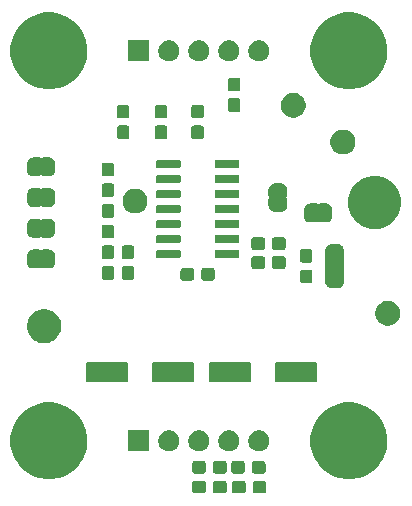
<source format=gbr>
G04 #@! TF.GenerationSoftware,KiCad,Pcbnew,(5.1.5)-3*
G04 #@! TF.CreationDate,2020-10-27T23:36:23+01:00*
G04 #@! TF.ProjectId,error_amplifier_1,6572726f-725f-4616-9d70-6c6966696572,rev?*
G04 #@! TF.SameCoordinates,Original*
G04 #@! TF.FileFunction,Soldermask,Top*
G04 #@! TF.FilePolarity,Negative*
%FSLAX46Y46*%
G04 Gerber Fmt 4.6, Leading zero omitted, Abs format (unit mm)*
G04 Created by KiCad (PCBNEW (5.1.5)-3) date 2020-10-27 23:36:23*
%MOMM*%
%LPD*%
G04 APERTURE LIST*
%ADD10C,0.100000*%
G04 APERTURE END LIST*
D10*
G36*
X119849499Y-155798445D02*
G01*
X119886995Y-155809820D01*
X119921554Y-155828292D01*
X119951847Y-155853153D01*
X119976708Y-155883446D01*
X119995180Y-155918005D01*
X120006555Y-155955501D01*
X120011000Y-156000638D01*
X120011000Y-156639362D01*
X120006555Y-156684499D01*
X119995180Y-156721995D01*
X119976708Y-156756554D01*
X119951847Y-156786847D01*
X119921554Y-156811708D01*
X119886995Y-156830180D01*
X119849499Y-156841555D01*
X119804362Y-156846000D01*
X119065638Y-156846000D01*
X119020501Y-156841555D01*
X118983005Y-156830180D01*
X118948446Y-156811708D01*
X118918153Y-156786847D01*
X118893292Y-156756554D01*
X118874820Y-156721995D01*
X118863445Y-156684499D01*
X118859000Y-156639362D01*
X118859000Y-156000638D01*
X118863445Y-155955501D01*
X118874820Y-155918005D01*
X118893292Y-155883446D01*
X118918153Y-155853153D01*
X118948446Y-155828292D01*
X118983005Y-155809820D01*
X119020501Y-155798445D01*
X119065638Y-155794000D01*
X119804362Y-155794000D01*
X119849499Y-155798445D01*
G37*
G36*
X118099499Y-155798445D02*
G01*
X118136995Y-155809820D01*
X118171554Y-155828292D01*
X118201847Y-155853153D01*
X118226708Y-155883446D01*
X118245180Y-155918005D01*
X118256555Y-155955501D01*
X118261000Y-156000638D01*
X118261000Y-156639362D01*
X118256555Y-156684499D01*
X118245180Y-156721995D01*
X118226708Y-156756554D01*
X118201847Y-156786847D01*
X118171554Y-156811708D01*
X118136995Y-156830180D01*
X118099499Y-156841555D01*
X118054362Y-156846000D01*
X117315638Y-156846000D01*
X117270501Y-156841555D01*
X117233005Y-156830180D01*
X117198446Y-156811708D01*
X117168153Y-156786847D01*
X117143292Y-156756554D01*
X117124820Y-156721995D01*
X117113445Y-156684499D01*
X117109000Y-156639362D01*
X117109000Y-156000638D01*
X117113445Y-155955501D01*
X117124820Y-155918005D01*
X117143292Y-155883446D01*
X117168153Y-155853153D01*
X117198446Y-155828292D01*
X117233005Y-155809820D01*
X117270501Y-155798445D01*
X117315638Y-155794000D01*
X118054362Y-155794000D01*
X118099499Y-155798445D01*
G37*
G36*
X116489499Y-155798445D02*
G01*
X116526995Y-155809820D01*
X116561554Y-155828292D01*
X116591847Y-155853153D01*
X116616708Y-155883446D01*
X116635180Y-155918005D01*
X116646555Y-155955501D01*
X116651000Y-156000638D01*
X116651000Y-156639362D01*
X116646555Y-156684499D01*
X116635180Y-156721995D01*
X116616708Y-156756554D01*
X116591847Y-156786847D01*
X116561554Y-156811708D01*
X116526995Y-156830180D01*
X116489499Y-156841555D01*
X116444362Y-156846000D01*
X115705638Y-156846000D01*
X115660501Y-156841555D01*
X115623005Y-156830180D01*
X115588446Y-156811708D01*
X115558153Y-156786847D01*
X115533292Y-156756554D01*
X115514820Y-156721995D01*
X115503445Y-156684499D01*
X115499000Y-156639362D01*
X115499000Y-156000638D01*
X115503445Y-155955501D01*
X115514820Y-155918005D01*
X115533292Y-155883446D01*
X115558153Y-155853153D01*
X115588446Y-155828292D01*
X115623005Y-155809820D01*
X115660501Y-155798445D01*
X115705638Y-155794000D01*
X116444362Y-155794000D01*
X116489499Y-155798445D01*
G37*
G36*
X114739499Y-155798445D02*
G01*
X114776995Y-155809820D01*
X114811554Y-155828292D01*
X114841847Y-155853153D01*
X114866708Y-155883446D01*
X114885180Y-155918005D01*
X114896555Y-155955501D01*
X114901000Y-156000638D01*
X114901000Y-156639362D01*
X114896555Y-156684499D01*
X114885180Y-156721995D01*
X114866708Y-156756554D01*
X114841847Y-156786847D01*
X114811554Y-156811708D01*
X114776995Y-156830180D01*
X114739499Y-156841555D01*
X114694362Y-156846000D01*
X113955638Y-156846000D01*
X113910501Y-156841555D01*
X113873005Y-156830180D01*
X113838446Y-156811708D01*
X113808153Y-156786847D01*
X113783292Y-156756554D01*
X113764820Y-156721995D01*
X113753445Y-156684499D01*
X113749000Y-156639362D01*
X113749000Y-156000638D01*
X113753445Y-155955501D01*
X113764820Y-155918005D01*
X113783292Y-155883446D01*
X113808153Y-155853153D01*
X113838446Y-155828292D01*
X113873005Y-155809820D01*
X113910501Y-155798445D01*
X113955638Y-155794000D01*
X114694362Y-155794000D01*
X114739499Y-155798445D01*
G37*
G36*
X127634239Y-149211467D02*
G01*
X127948282Y-149273934D01*
X128539926Y-149519001D01*
X129072392Y-149874784D01*
X129525216Y-150327608D01*
X129880999Y-150860074D01*
X130126066Y-151451718D01*
X130126066Y-151451719D01*
X130251000Y-152079803D01*
X130251000Y-152720197D01*
X130200445Y-152974353D01*
X130126066Y-153348282D01*
X129880999Y-153939926D01*
X129633265Y-154310685D01*
X129525217Y-154472391D01*
X129072391Y-154925217D01*
X129021289Y-154959362D01*
X128539926Y-155280999D01*
X127948282Y-155526066D01*
X127634239Y-155588533D01*
X127320197Y-155651000D01*
X126679803Y-155651000D01*
X126365761Y-155588533D01*
X126051718Y-155526066D01*
X125460074Y-155280999D01*
X124978711Y-154959362D01*
X124927609Y-154925217D01*
X124474783Y-154472391D01*
X124366735Y-154310685D01*
X124119001Y-153939926D01*
X123873934Y-153348282D01*
X123799555Y-152974353D01*
X123749000Y-152720197D01*
X123749000Y-152079803D01*
X123873934Y-151451719D01*
X123873934Y-151451718D01*
X124119001Y-150860074D01*
X124474784Y-150327608D01*
X124927608Y-149874784D01*
X125460074Y-149519001D01*
X126051718Y-149273934D01*
X126365761Y-149211467D01*
X126679803Y-149149000D01*
X127320197Y-149149000D01*
X127634239Y-149211467D01*
G37*
G36*
X102234239Y-149211467D02*
G01*
X102548282Y-149273934D01*
X103139926Y-149519001D01*
X103672392Y-149874784D01*
X104125216Y-150327608D01*
X104480999Y-150860074D01*
X104726066Y-151451718D01*
X104726066Y-151451719D01*
X104851000Y-152079803D01*
X104851000Y-152720197D01*
X104800445Y-152974353D01*
X104726066Y-153348282D01*
X104480999Y-153939926D01*
X104233265Y-154310685D01*
X104125217Y-154472391D01*
X103672391Y-154925217D01*
X103621289Y-154959362D01*
X103139926Y-155280999D01*
X102548282Y-155526066D01*
X102234239Y-155588533D01*
X101920197Y-155651000D01*
X101279803Y-155651000D01*
X100965761Y-155588533D01*
X100651718Y-155526066D01*
X100060074Y-155280999D01*
X99578711Y-154959362D01*
X99527609Y-154925217D01*
X99074783Y-154472391D01*
X98966735Y-154310685D01*
X98719001Y-153939926D01*
X98473934Y-153348282D01*
X98399555Y-152974353D01*
X98349000Y-152720197D01*
X98349000Y-152079803D01*
X98473934Y-151451719D01*
X98473934Y-151451718D01*
X98719001Y-150860074D01*
X99074784Y-150327608D01*
X99527608Y-149874784D01*
X100060074Y-149519001D01*
X100651718Y-149273934D01*
X100965761Y-149211467D01*
X101279803Y-149149000D01*
X101920197Y-149149000D01*
X102234239Y-149211467D01*
G37*
G36*
X118039499Y-154118445D02*
G01*
X118076995Y-154129820D01*
X118111554Y-154148292D01*
X118141847Y-154173153D01*
X118166708Y-154203446D01*
X118185180Y-154238005D01*
X118196555Y-154275501D01*
X118201000Y-154320638D01*
X118201000Y-154959362D01*
X118196555Y-155004499D01*
X118185180Y-155041995D01*
X118166708Y-155076554D01*
X118141847Y-155106847D01*
X118111554Y-155131708D01*
X118076995Y-155150180D01*
X118039499Y-155161555D01*
X117994362Y-155166000D01*
X117255638Y-155166000D01*
X117210501Y-155161555D01*
X117173005Y-155150180D01*
X117138446Y-155131708D01*
X117108153Y-155106847D01*
X117083292Y-155076554D01*
X117064820Y-155041995D01*
X117053445Y-155004499D01*
X117049000Y-154959362D01*
X117049000Y-154320638D01*
X117053445Y-154275501D01*
X117064820Y-154238005D01*
X117083292Y-154203446D01*
X117108153Y-154173153D01*
X117138446Y-154148292D01*
X117173005Y-154129820D01*
X117210501Y-154118445D01*
X117255638Y-154114000D01*
X117994362Y-154114000D01*
X118039499Y-154118445D01*
G37*
G36*
X114739499Y-154118445D02*
G01*
X114776995Y-154129820D01*
X114811554Y-154148292D01*
X114841847Y-154173153D01*
X114866708Y-154203446D01*
X114885180Y-154238005D01*
X114896555Y-154275501D01*
X114901000Y-154320638D01*
X114901000Y-154959362D01*
X114896555Y-155004499D01*
X114885180Y-155041995D01*
X114866708Y-155076554D01*
X114841847Y-155106847D01*
X114811554Y-155131708D01*
X114776995Y-155150180D01*
X114739499Y-155161555D01*
X114694362Y-155166000D01*
X113955638Y-155166000D01*
X113910501Y-155161555D01*
X113873005Y-155150180D01*
X113838446Y-155131708D01*
X113808153Y-155106847D01*
X113783292Y-155076554D01*
X113764820Y-155041995D01*
X113753445Y-155004499D01*
X113749000Y-154959362D01*
X113749000Y-154320638D01*
X113753445Y-154275501D01*
X113764820Y-154238005D01*
X113783292Y-154203446D01*
X113808153Y-154173153D01*
X113838446Y-154148292D01*
X113873005Y-154129820D01*
X113910501Y-154118445D01*
X113955638Y-154114000D01*
X114694362Y-154114000D01*
X114739499Y-154118445D01*
G37*
G36*
X116489499Y-154118445D02*
G01*
X116526995Y-154129820D01*
X116561554Y-154148292D01*
X116591847Y-154173153D01*
X116616708Y-154203446D01*
X116635180Y-154238005D01*
X116646555Y-154275501D01*
X116651000Y-154320638D01*
X116651000Y-154959362D01*
X116646555Y-155004499D01*
X116635180Y-155041995D01*
X116616708Y-155076554D01*
X116591847Y-155106847D01*
X116561554Y-155131708D01*
X116526995Y-155150180D01*
X116489499Y-155161555D01*
X116444362Y-155166000D01*
X115705638Y-155166000D01*
X115660501Y-155161555D01*
X115623005Y-155150180D01*
X115588446Y-155131708D01*
X115558153Y-155106847D01*
X115533292Y-155076554D01*
X115514820Y-155041995D01*
X115503445Y-155004499D01*
X115499000Y-154959362D01*
X115499000Y-154320638D01*
X115503445Y-154275501D01*
X115514820Y-154238005D01*
X115533292Y-154203446D01*
X115558153Y-154173153D01*
X115588446Y-154148292D01*
X115623005Y-154129820D01*
X115660501Y-154118445D01*
X115705638Y-154114000D01*
X116444362Y-154114000D01*
X116489499Y-154118445D01*
G37*
G36*
X119789499Y-154118445D02*
G01*
X119826995Y-154129820D01*
X119861554Y-154148292D01*
X119891847Y-154173153D01*
X119916708Y-154203446D01*
X119935180Y-154238005D01*
X119946555Y-154275501D01*
X119951000Y-154320638D01*
X119951000Y-154959362D01*
X119946555Y-155004499D01*
X119935180Y-155041995D01*
X119916708Y-155076554D01*
X119891847Y-155106847D01*
X119861554Y-155131708D01*
X119826995Y-155150180D01*
X119789499Y-155161555D01*
X119744362Y-155166000D01*
X119005638Y-155166000D01*
X118960501Y-155161555D01*
X118923005Y-155150180D01*
X118888446Y-155131708D01*
X118858153Y-155106847D01*
X118833292Y-155076554D01*
X118814820Y-155041995D01*
X118803445Y-155004499D01*
X118799000Y-154959362D01*
X118799000Y-154320638D01*
X118803445Y-154275501D01*
X118814820Y-154238005D01*
X118833292Y-154203446D01*
X118858153Y-154173153D01*
X118888446Y-154148292D01*
X118923005Y-154129820D01*
X118960501Y-154118445D01*
X119005638Y-154114000D01*
X119744362Y-154114000D01*
X119789499Y-154118445D01*
G37*
G36*
X110121000Y-153301000D02*
G01*
X108319000Y-153301000D01*
X108319000Y-151499000D01*
X110121000Y-151499000D01*
X110121000Y-153301000D01*
G37*
G36*
X111873512Y-151503927D02*
G01*
X112022812Y-151533624D01*
X112186784Y-151601544D01*
X112334354Y-151700147D01*
X112459853Y-151825646D01*
X112558456Y-151973216D01*
X112626376Y-152137188D01*
X112661000Y-152311259D01*
X112661000Y-152488741D01*
X112626376Y-152662812D01*
X112558456Y-152826784D01*
X112459853Y-152974354D01*
X112334354Y-153099853D01*
X112186784Y-153198456D01*
X112022812Y-153266376D01*
X111873512Y-153296073D01*
X111848742Y-153301000D01*
X111671258Y-153301000D01*
X111646488Y-153296073D01*
X111497188Y-153266376D01*
X111333216Y-153198456D01*
X111185646Y-153099853D01*
X111060147Y-152974354D01*
X110961544Y-152826784D01*
X110893624Y-152662812D01*
X110859000Y-152488741D01*
X110859000Y-152311259D01*
X110893624Y-152137188D01*
X110961544Y-151973216D01*
X111060147Y-151825646D01*
X111185646Y-151700147D01*
X111333216Y-151601544D01*
X111497188Y-151533624D01*
X111646488Y-151503927D01*
X111671258Y-151499000D01*
X111848742Y-151499000D01*
X111873512Y-151503927D01*
G37*
G36*
X114413512Y-151503927D02*
G01*
X114562812Y-151533624D01*
X114726784Y-151601544D01*
X114874354Y-151700147D01*
X114999853Y-151825646D01*
X115098456Y-151973216D01*
X115166376Y-152137188D01*
X115201000Y-152311259D01*
X115201000Y-152488741D01*
X115166376Y-152662812D01*
X115098456Y-152826784D01*
X114999853Y-152974354D01*
X114874354Y-153099853D01*
X114726784Y-153198456D01*
X114562812Y-153266376D01*
X114413512Y-153296073D01*
X114388742Y-153301000D01*
X114211258Y-153301000D01*
X114186488Y-153296073D01*
X114037188Y-153266376D01*
X113873216Y-153198456D01*
X113725646Y-153099853D01*
X113600147Y-152974354D01*
X113501544Y-152826784D01*
X113433624Y-152662812D01*
X113399000Y-152488741D01*
X113399000Y-152311259D01*
X113433624Y-152137188D01*
X113501544Y-151973216D01*
X113600147Y-151825646D01*
X113725646Y-151700147D01*
X113873216Y-151601544D01*
X114037188Y-151533624D01*
X114186488Y-151503927D01*
X114211258Y-151499000D01*
X114388742Y-151499000D01*
X114413512Y-151503927D01*
G37*
G36*
X119493512Y-151503927D02*
G01*
X119642812Y-151533624D01*
X119806784Y-151601544D01*
X119954354Y-151700147D01*
X120079853Y-151825646D01*
X120178456Y-151973216D01*
X120246376Y-152137188D01*
X120281000Y-152311259D01*
X120281000Y-152488741D01*
X120246376Y-152662812D01*
X120178456Y-152826784D01*
X120079853Y-152974354D01*
X119954354Y-153099853D01*
X119806784Y-153198456D01*
X119642812Y-153266376D01*
X119493512Y-153296073D01*
X119468742Y-153301000D01*
X119291258Y-153301000D01*
X119266488Y-153296073D01*
X119117188Y-153266376D01*
X118953216Y-153198456D01*
X118805646Y-153099853D01*
X118680147Y-152974354D01*
X118581544Y-152826784D01*
X118513624Y-152662812D01*
X118479000Y-152488741D01*
X118479000Y-152311259D01*
X118513624Y-152137188D01*
X118581544Y-151973216D01*
X118680147Y-151825646D01*
X118805646Y-151700147D01*
X118953216Y-151601544D01*
X119117188Y-151533624D01*
X119266488Y-151503927D01*
X119291258Y-151499000D01*
X119468742Y-151499000D01*
X119493512Y-151503927D01*
G37*
G36*
X116953512Y-151503927D02*
G01*
X117102812Y-151533624D01*
X117266784Y-151601544D01*
X117414354Y-151700147D01*
X117539853Y-151825646D01*
X117638456Y-151973216D01*
X117706376Y-152137188D01*
X117741000Y-152311259D01*
X117741000Y-152488741D01*
X117706376Y-152662812D01*
X117638456Y-152826784D01*
X117539853Y-152974354D01*
X117414354Y-153099853D01*
X117266784Y-153198456D01*
X117102812Y-153266376D01*
X116953512Y-153296073D01*
X116928742Y-153301000D01*
X116751258Y-153301000D01*
X116726488Y-153296073D01*
X116577188Y-153266376D01*
X116413216Y-153198456D01*
X116265646Y-153099853D01*
X116140147Y-152974354D01*
X116041544Y-152826784D01*
X115973624Y-152662812D01*
X115939000Y-152488741D01*
X115939000Y-152311259D01*
X115973624Y-152137188D01*
X116041544Y-151973216D01*
X116140147Y-151825646D01*
X116265646Y-151700147D01*
X116413216Y-151601544D01*
X116577188Y-151533624D01*
X116726488Y-151503927D01*
X116751258Y-151499000D01*
X116928742Y-151499000D01*
X116953512Y-151503927D01*
G37*
G36*
X113775997Y-145733051D02*
G01*
X113809652Y-145743261D01*
X113840665Y-145759838D01*
X113867851Y-145782149D01*
X113890162Y-145809335D01*
X113906739Y-145840348D01*
X113916949Y-145874003D01*
X113921000Y-145915138D01*
X113921000Y-147244862D01*
X113916949Y-147285997D01*
X113906739Y-147319652D01*
X113890162Y-147350665D01*
X113867851Y-147377851D01*
X113840665Y-147400162D01*
X113809652Y-147416739D01*
X113775997Y-147426949D01*
X113734862Y-147431000D01*
X110505138Y-147431000D01*
X110464003Y-147426949D01*
X110430348Y-147416739D01*
X110399335Y-147400162D01*
X110372149Y-147377851D01*
X110349838Y-147350665D01*
X110333261Y-147319652D01*
X110323051Y-147285997D01*
X110319000Y-147244862D01*
X110319000Y-145915138D01*
X110323051Y-145874003D01*
X110333261Y-145840348D01*
X110349838Y-145809335D01*
X110372149Y-145782149D01*
X110399335Y-145759838D01*
X110430348Y-145743261D01*
X110464003Y-145733051D01*
X110505138Y-145729000D01*
X113734862Y-145729000D01*
X113775997Y-145733051D01*
G37*
G36*
X108175997Y-145733051D02*
G01*
X108209652Y-145743261D01*
X108240665Y-145759838D01*
X108267851Y-145782149D01*
X108290162Y-145809335D01*
X108306739Y-145840348D01*
X108316949Y-145874003D01*
X108321000Y-145915138D01*
X108321000Y-147244862D01*
X108316949Y-147285997D01*
X108306739Y-147319652D01*
X108290162Y-147350665D01*
X108267851Y-147377851D01*
X108240665Y-147400162D01*
X108209652Y-147416739D01*
X108175997Y-147426949D01*
X108134862Y-147431000D01*
X104905138Y-147431000D01*
X104864003Y-147426949D01*
X104830348Y-147416739D01*
X104799335Y-147400162D01*
X104772149Y-147377851D01*
X104749838Y-147350665D01*
X104733261Y-147319652D01*
X104723051Y-147285997D01*
X104719000Y-147244862D01*
X104719000Y-145915138D01*
X104723051Y-145874003D01*
X104733261Y-145840348D01*
X104749838Y-145809335D01*
X104772149Y-145782149D01*
X104799335Y-145759838D01*
X104830348Y-145743261D01*
X104864003Y-145733051D01*
X104905138Y-145729000D01*
X108134862Y-145729000D01*
X108175997Y-145733051D01*
G37*
G36*
X124195997Y-145733051D02*
G01*
X124229652Y-145743261D01*
X124260665Y-145759838D01*
X124287851Y-145782149D01*
X124310162Y-145809335D01*
X124326739Y-145840348D01*
X124336949Y-145874003D01*
X124341000Y-145915138D01*
X124341000Y-147244862D01*
X124336949Y-147285997D01*
X124326739Y-147319652D01*
X124310162Y-147350665D01*
X124287851Y-147377851D01*
X124260665Y-147400162D01*
X124229652Y-147416739D01*
X124195997Y-147426949D01*
X124154862Y-147431000D01*
X120925138Y-147431000D01*
X120884003Y-147426949D01*
X120850348Y-147416739D01*
X120819335Y-147400162D01*
X120792149Y-147377851D01*
X120769838Y-147350665D01*
X120753261Y-147319652D01*
X120743051Y-147285997D01*
X120739000Y-147244862D01*
X120739000Y-145915138D01*
X120743051Y-145874003D01*
X120753261Y-145840348D01*
X120769838Y-145809335D01*
X120792149Y-145782149D01*
X120819335Y-145759838D01*
X120850348Y-145743261D01*
X120884003Y-145733051D01*
X120925138Y-145729000D01*
X124154862Y-145729000D01*
X124195997Y-145733051D01*
G37*
G36*
X118595997Y-145733051D02*
G01*
X118629652Y-145743261D01*
X118660665Y-145759838D01*
X118687851Y-145782149D01*
X118710162Y-145809335D01*
X118726739Y-145840348D01*
X118736949Y-145874003D01*
X118741000Y-145915138D01*
X118741000Y-147244862D01*
X118736949Y-147285997D01*
X118726739Y-147319652D01*
X118710162Y-147350665D01*
X118687851Y-147377851D01*
X118660665Y-147400162D01*
X118629652Y-147416739D01*
X118595997Y-147426949D01*
X118554862Y-147431000D01*
X115325138Y-147431000D01*
X115284003Y-147426949D01*
X115250348Y-147416739D01*
X115219335Y-147400162D01*
X115192149Y-147377851D01*
X115169838Y-147350665D01*
X115153261Y-147319652D01*
X115143051Y-147285997D01*
X115139000Y-147244862D01*
X115139000Y-145915138D01*
X115143051Y-145874003D01*
X115153261Y-145840348D01*
X115169838Y-145809335D01*
X115192149Y-145782149D01*
X115219335Y-145759838D01*
X115250348Y-145743261D01*
X115284003Y-145733051D01*
X115325138Y-145729000D01*
X118554862Y-145729000D01*
X118595997Y-145733051D01*
G37*
G36*
X101623241Y-141304760D02*
G01*
X101887305Y-141414139D01*
X102124958Y-141572934D01*
X102327066Y-141775042D01*
X102485861Y-142012695D01*
X102595240Y-142276759D01*
X102651000Y-142557088D01*
X102651000Y-142842912D01*
X102595240Y-143123241D01*
X102485861Y-143387305D01*
X102327066Y-143624958D01*
X102124958Y-143827066D01*
X101887305Y-143985861D01*
X101623241Y-144095240D01*
X101342912Y-144151000D01*
X101057088Y-144151000D01*
X100776759Y-144095240D01*
X100512695Y-143985861D01*
X100275042Y-143827066D01*
X100072934Y-143624958D01*
X99914139Y-143387305D01*
X99804760Y-143123241D01*
X99749000Y-142842912D01*
X99749000Y-142557088D01*
X99804760Y-142276759D01*
X99914139Y-142012695D01*
X100072934Y-141775042D01*
X100275042Y-141572934D01*
X100512695Y-141414139D01*
X100776759Y-141304760D01*
X101057088Y-141249000D01*
X101342912Y-141249000D01*
X101623241Y-141304760D01*
G37*
G36*
X130606564Y-140589389D02*
G01*
X130797833Y-140668615D01*
X130797835Y-140668616D01*
X130969973Y-140783635D01*
X131116365Y-140930027D01*
X131231385Y-141102167D01*
X131310611Y-141293436D01*
X131351000Y-141496484D01*
X131351000Y-141703516D01*
X131310611Y-141906564D01*
X131266650Y-142012695D01*
X131231384Y-142097835D01*
X131116365Y-142269973D01*
X130969973Y-142416365D01*
X130797835Y-142531384D01*
X130797834Y-142531385D01*
X130797833Y-142531385D01*
X130606564Y-142610611D01*
X130403516Y-142651000D01*
X130196484Y-142651000D01*
X129993436Y-142610611D01*
X129802167Y-142531385D01*
X129802166Y-142531385D01*
X129802165Y-142531384D01*
X129630027Y-142416365D01*
X129483635Y-142269973D01*
X129368616Y-142097835D01*
X129333350Y-142012695D01*
X129289389Y-141906564D01*
X129249000Y-141703516D01*
X129249000Y-141496484D01*
X129289389Y-141293436D01*
X129368615Y-141102167D01*
X129483635Y-140930027D01*
X129630027Y-140783635D01*
X129802165Y-140668616D01*
X129802167Y-140668615D01*
X129993436Y-140589389D01*
X130196484Y-140549000D01*
X130403516Y-140549000D01*
X130606564Y-140589389D01*
G37*
G36*
X126062199Y-135749954D02*
G01*
X126074450Y-135750556D01*
X126092869Y-135750556D01*
X126115149Y-135752750D01*
X126199233Y-135769476D01*
X126220660Y-135775976D01*
X126299858Y-135808780D01*
X126305303Y-135811691D01*
X126305309Y-135811693D01*
X126314169Y-135816429D01*
X126314173Y-135816432D01*
X126319614Y-135819340D01*
X126390899Y-135866971D01*
X126408204Y-135881172D01*
X126468828Y-135941796D01*
X126483029Y-135959101D01*
X126530660Y-136030386D01*
X126533568Y-136035827D01*
X126533571Y-136035831D01*
X126538307Y-136044691D01*
X126538309Y-136044697D01*
X126541220Y-136050142D01*
X126574024Y-136129340D01*
X126580524Y-136150767D01*
X126597250Y-136234851D01*
X126599444Y-136257131D01*
X126599444Y-136275550D01*
X126600046Y-136287801D01*
X126601852Y-136306139D01*
X126601852Y-136843860D01*
X126600263Y-136859999D01*
X126595855Y-136874528D01*
X126590394Y-136887711D01*
X126585612Y-136911745D01*
X126585611Y-136936249D01*
X126590391Y-136960282D01*
X126599768Y-136982921D01*
X126601000Y-136984765D01*
X126601000Y-138216050D01*
X126594525Y-138228164D01*
X126587412Y-138251613D01*
X126585010Y-138275999D01*
X126587412Y-138300385D01*
X126594525Y-138323834D01*
X126596848Y-138328746D01*
X126600263Y-138340001D01*
X126601852Y-138356140D01*
X126601852Y-138893862D01*
X126600046Y-138912199D01*
X126599444Y-138924450D01*
X126599444Y-138942869D01*
X126597250Y-138965149D01*
X126580524Y-139049233D01*
X126574024Y-139070660D01*
X126541220Y-139149858D01*
X126538309Y-139155303D01*
X126538307Y-139155309D01*
X126533571Y-139164169D01*
X126533568Y-139164173D01*
X126530660Y-139169614D01*
X126483029Y-139240899D01*
X126468828Y-139258204D01*
X126408204Y-139318828D01*
X126390899Y-139333029D01*
X126319614Y-139380660D01*
X126314173Y-139383568D01*
X126314169Y-139383571D01*
X126305309Y-139388307D01*
X126305303Y-139388309D01*
X126299858Y-139391220D01*
X126220660Y-139424024D01*
X126199233Y-139430524D01*
X126115149Y-139447250D01*
X126092869Y-139449444D01*
X126074450Y-139449444D01*
X126062199Y-139450046D01*
X126043862Y-139451852D01*
X125556138Y-139451852D01*
X125537801Y-139450046D01*
X125525550Y-139449444D01*
X125507131Y-139449444D01*
X125484851Y-139447250D01*
X125400767Y-139430524D01*
X125379340Y-139424024D01*
X125300142Y-139391220D01*
X125294697Y-139388309D01*
X125294691Y-139388307D01*
X125285831Y-139383571D01*
X125285827Y-139383568D01*
X125280386Y-139380660D01*
X125209101Y-139333029D01*
X125191796Y-139318828D01*
X125131172Y-139258204D01*
X125116971Y-139240899D01*
X125069340Y-139169614D01*
X125066432Y-139164173D01*
X125066429Y-139164169D01*
X125061693Y-139155309D01*
X125061691Y-139155303D01*
X125058780Y-139149858D01*
X125025976Y-139070660D01*
X125019476Y-139049233D01*
X125002750Y-138965149D01*
X125000556Y-138942869D01*
X125000556Y-138924450D01*
X124999954Y-138912199D01*
X124998148Y-138893862D01*
X124998148Y-138356140D01*
X124999737Y-138340001D01*
X125004145Y-138325472D01*
X125009606Y-138312289D01*
X125014388Y-138288255D01*
X125014389Y-138263751D01*
X125009609Y-138239718D01*
X125000232Y-138217079D01*
X124999000Y-138215235D01*
X124999000Y-136983950D01*
X125005475Y-136971836D01*
X125012588Y-136948387D01*
X125014990Y-136924001D01*
X125012588Y-136899615D01*
X125005475Y-136876166D01*
X125003152Y-136871254D01*
X124999737Y-136859999D01*
X124998148Y-136843860D01*
X124998148Y-136306139D01*
X124999954Y-136287801D01*
X125000556Y-136275550D01*
X125000556Y-136257131D01*
X125002750Y-136234851D01*
X125019476Y-136150767D01*
X125025976Y-136129340D01*
X125058780Y-136050142D01*
X125061691Y-136044697D01*
X125061693Y-136044691D01*
X125066429Y-136035831D01*
X125066432Y-136035827D01*
X125069340Y-136030386D01*
X125116971Y-135959101D01*
X125131172Y-135941796D01*
X125191796Y-135881172D01*
X125209101Y-135866971D01*
X125280386Y-135819340D01*
X125285827Y-135816432D01*
X125285831Y-135816429D01*
X125294691Y-135811693D01*
X125294697Y-135811691D01*
X125300142Y-135808780D01*
X125379340Y-135775976D01*
X125400767Y-135769476D01*
X125484851Y-135752750D01*
X125507131Y-135750556D01*
X125525550Y-135750556D01*
X125537801Y-135749954D01*
X125556139Y-135748148D01*
X126043861Y-135748148D01*
X126062199Y-135749954D01*
G37*
G36*
X123764499Y-137903445D02*
G01*
X123801995Y-137914820D01*
X123836554Y-137933292D01*
X123866847Y-137958153D01*
X123891708Y-137988446D01*
X123910180Y-138023005D01*
X123921555Y-138060501D01*
X123926000Y-138105638D01*
X123926000Y-138844362D01*
X123921555Y-138889499D01*
X123910180Y-138926995D01*
X123891708Y-138961554D01*
X123866847Y-138991847D01*
X123836554Y-139016708D01*
X123801995Y-139035180D01*
X123764499Y-139046555D01*
X123719362Y-139051000D01*
X123080638Y-139051000D01*
X123035501Y-139046555D01*
X122998005Y-139035180D01*
X122963446Y-139016708D01*
X122933153Y-138991847D01*
X122908292Y-138961554D01*
X122889820Y-138926995D01*
X122878445Y-138889499D01*
X122874000Y-138844362D01*
X122874000Y-138105638D01*
X122878445Y-138060501D01*
X122889820Y-138023005D01*
X122908292Y-137988446D01*
X122933153Y-137958153D01*
X122963446Y-137933292D01*
X122998005Y-137914820D01*
X123035501Y-137903445D01*
X123080638Y-137899000D01*
X123719362Y-137899000D01*
X123764499Y-137903445D01*
G37*
G36*
X113739499Y-137778445D02*
G01*
X113776995Y-137789820D01*
X113811554Y-137808292D01*
X113841847Y-137833153D01*
X113866708Y-137863446D01*
X113885180Y-137898005D01*
X113896555Y-137935501D01*
X113901000Y-137980638D01*
X113901000Y-138619362D01*
X113896555Y-138664499D01*
X113885180Y-138701995D01*
X113866708Y-138736554D01*
X113841847Y-138766847D01*
X113811554Y-138791708D01*
X113776995Y-138810180D01*
X113739499Y-138821555D01*
X113694362Y-138826000D01*
X112955638Y-138826000D01*
X112910501Y-138821555D01*
X112873005Y-138810180D01*
X112838446Y-138791708D01*
X112808153Y-138766847D01*
X112783292Y-138736554D01*
X112764820Y-138701995D01*
X112753445Y-138664499D01*
X112749000Y-138619362D01*
X112749000Y-137980638D01*
X112753445Y-137935501D01*
X112764820Y-137898005D01*
X112783292Y-137863446D01*
X112808153Y-137833153D01*
X112838446Y-137808292D01*
X112873005Y-137789820D01*
X112910501Y-137778445D01*
X112955638Y-137774000D01*
X113694362Y-137774000D01*
X113739499Y-137778445D01*
G37*
G36*
X115489499Y-137778445D02*
G01*
X115526995Y-137789820D01*
X115561554Y-137808292D01*
X115591847Y-137833153D01*
X115616708Y-137863446D01*
X115635180Y-137898005D01*
X115646555Y-137935501D01*
X115651000Y-137980638D01*
X115651000Y-138619362D01*
X115646555Y-138664499D01*
X115635180Y-138701995D01*
X115616708Y-138736554D01*
X115591847Y-138766847D01*
X115561554Y-138791708D01*
X115526995Y-138810180D01*
X115489499Y-138821555D01*
X115444362Y-138826000D01*
X114705638Y-138826000D01*
X114660501Y-138821555D01*
X114623005Y-138810180D01*
X114588446Y-138791708D01*
X114558153Y-138766847D01*
X114533292Y-138736554D01*
X114514820Y-138701995D01*
X114503445Y-138664499D01*
X114499000Y-138619362D01*
X114499000Y-137980638D01*
X114503445Y-137935501D01*
X114514820Y-137898005D01*
X114533292Y-137863446D01*
X114558153Y-137833153D01*
X114588446Y-137808292D01*
X114623005Y-137789820D01*
X114660501Y-137778445D01*
X114705638Y-137774000D01*
X115444362Y-137774000D01*
X115489499Y-137778445D01*
G37*
G36*
X106964499Y-137603445D02*
G01*
X107001995Y-137614820D01*
X107036554Y-137633292D01*
X107066847Y-137658153D01*
X107091708Y-137688446D01*
X107110180Y-137723005D01*
X107121555Y-137760501D01*
X107126000Y-137805638D01*
X107126000Y-138544362D01*
X107121555Y-138589499D01*
X107110180Y-138626995D01*
X107091708Y-138661554D01*
X107066847Y-138691847D01*
X107036554Y-138716708D01*
X107001995Y-138735180D01*
X106964499Y-138746555D01*
X106919362Y-138751000D01*
X106280638Y-138751000D01*
X106235501Y-138746555D01*
X106198005Y-138735180D01*
X106163446Y-138716708D01*
X106133153Y-138691847D01*
X106108292Y-138661554D01*
X106089820Y-138626995D01*
X106078445Y-138589499D01*
X106074000Y-138544362D01*
X106074000Y-137805638D01*
X106078445Y-137760501D01*
X106089820Y-137723005D01*
X106108292Y-137688446D01*
X106133153Y-137658153D01*
X106163446Y-137633292D01*
X106198005Y-137614820D01*
X106235501Y-137603445D01*
X106280638Y-137599000D01*
X106919362Y-137599000D01*
X106964499Y-137603445D01*
G37*
G36*
X108664499Y-137603445D02*
G01*
X108701995Y-137614820D01*
X108736554Y-137633292D01*
X108766847Y-137658153D01*
X108791708Y-137688446D01*
X108810180Y-137723005D01*
X108821555Y-137760501D01*
X108826000Y-137805638D01*
X108826000Y-138544362D01*
X108821555Y-138589499D01*
X108810180Y-138626995D01*
X108791708Y-138661554D01*
X108766847Y-138691847D01*
X108736554Y-138716708D01*
X108701995Y-138735180D01*
X108664499Y-138746555D01*
X108619362Y-138751000D01*
X107980638Y-138751000D01*
X107935501Y-138746555D01*
X107898005Y-138735180D01*
X107863446Y-138716708D01*
X107833153Y-138691847D01*
X107808292Y-138661554D01*
X107789820Y-138626995D01*
X107778445Y-138589499D01*
X107774000Y-138544362D01*
X107774000Y-137805638D01*
X107778445Y-137760501D01*
X107789820Y-137723005D01*
X107808292Y-137688446D01*
X107833153Y-137658153D01*
X107863446Y-137633292D01*
X107898005Y-137614820D01*
X107935501Y-137603445D01*
X107980638Y-137599000D01*
X108619362Y-137599000D01*
X108664499Y-137603445D01*
G37*
G36*
X119739499Y-136778445D02*
G01*
X119776995Y-136789820D01*
X119811554Y-136808292D01*
X119841847Y-136833153D01*
X119866708Y-136863446D01*
X119885180Y-136898005D01*
X119896555Y-136935501D01*
X119901000Y-136980638D01*
X119901000Y-137619362D01*
X119896555Y-137664499D01*
X119885180Y-137701995D01*
X119866708Y-137736554D01*
X119841847Y-137766847D01*
X119811554Y-137791708D01*
X119776995Y-137810180D01*
X119739499Y-137821555D01*
X119694362Y-137826000D01*
X118955638Y-137826000D01*
X118910501Y-137821555D01*
X118873005Y-137810180D01*
X118838446Y-137791708D01*
X118808153Y-137766847D01*
X118783292Y-137736554D01*
X118764820Y-137701995D01*
X118753445Y-137664499D01*
X118749000Y-137619362D01*
X118749000Y-136980638D01*
X118753445Y-136935501D01*
X118764820Y-136898005D01*
X118783292Y-136863446D01*
X118808153Y-136833153D01*
X118838446Y-136808292D01*
X118873005Y-136789820D01*
X118910501Y-136778445D01*
X118955638Y-136774000D01*
X119694362Y-136774000D01*
X119739499Y-136778445D01*
G37*
G36*
X121489499Y-136778445D02*
G01*
X121526995Y-136789820D01*
X121561554Y-136808292D01*
X121591847Y-136833153D01*
X121616708Y-136863446D01*
X121635180Y-136898005D01*
X121646555Y-136935501D01*
X121651000Y-136980638D01*
X121651000Y-137619362D01*
X121646555Y-137664499D01*
X121635180Y-137701995D01*
X121616708Y-137736554D01*
X121591847Y-137766847D01*
X121561554Y-137791708D01*
X121526995Y-137810180D01*
X121489499Y-137821555D01*
X121444362Y-137826000D01*
X120705638Y-137826000D01*
X120660501Y-137821555D01*
X120623005Y-137810180D01*
X120588446Y-137791708D01*
X120558153Y-137766847D01*
X120533292Y-137736554D01*
X120514820Y-137701995D01*
X120503445Y-137664499D01*
X120499000Y-137619362D01*
X120499000Y-136980638D01*
X120503445Y-136935501D01*
X120514820Y-136898005D01*
X120533292Y-136863446D01*
X120558153Y-136833153D01*
X120588446Y-136808292D01*
X120623005Y-136789820D01*
X120660501Y-136778445D01*
X120705638Y-136774000D01*
X121444362Y-136774000D01*
X121489499Y-136778445D01*
G37*
G36*
X100809999Y-136199737D02*
G01*
X100819608Y-136202652D01*
X100828472Y-136207390D01*
X100836237Y-136213763D01*
X100846448Y-136226206D01*
X100853378Y-136236575D01*
X100870705Y-136253902D01*
X100891080Y-136267515D01*
X100913720Y-136276891D01*
X100937753Y-136281671D01*
X100962257Y-136281670D01*
X100986290Y-136276888D01*
X101008929Y-136267510D01*
X101029302Y-136253895D01*
X101046629Y-136236568D01*
X101053558Y-136226198D01*
X101063763Y-136213763D01*
X101071528Y-136207390D01*
X101080392Y-136202652D01*
X101090001Y-136199737D01*
X101106140Y-136198148D01*
X101593861Y-136198148D01*
X101612199Y-136199954D01*
X101624450Y-136200556D01*
X101642869Y-136200556D01*
X101665149Y-136202750D01*
X101749233Y-136219476D01*
X101770660Y-136225976D01*
X101849858Y-136258780D01*
X101855303Y-136261691D01*
X101855309Y-136261693D01*
X101864169Y-136266429D01*
X101864173Y-136266432D01*
X101869614Y-136269340D01*
X101940899Y-136316971D01*
X101958204Y-136331172D01*
X102018828Y-136391796D01*
X102033029Y-136409101D01*
X102080660Y-136480386D01*
X102083568Y-136485827D01*
X102083571Y-136485831D01*
X102088307Y-136494691D01*
X102088309Y-136494697D01*
X102091220Y-136500142D01*
X102124024Y-136579340D01*
X102130524Y-136600767D01*
X102147250Y-136684851D01*
X102149444Y-136707131D01*
X102149444Y-136725550D01*
X102150046Y-136737801D01*
X102151852Y-136756139D01*
X102151852Y-137243862D01*
X102150046Y-137262199D01*
X102149444Y-137274450D01*
X102149444Y-137292869D01*
X102147250Y-137315149D01*
X102130524Y-137399233D01*
X102124024Y-137420660D01*
X102091220Y-137499858D01*
X102088309Y-137505303D01*
X102088307Y-137505309D01*
X102083571Y-137514169D01*
X102083568Y-137514173D01*
X102080660Y-137519614D01*
X102033029Y-137590899D01*
X102018828Y-137608204D01*
X101958204Y-137668828D01*
X101940899Y-137683029D01*
X101869614Y-137730660D01*
X101864173Y-137733568D01*
X101864169Y-137733571D01*
X101855309Y-137738307D01*
X101855303Y-137738309D01*
X101849858Y-137741220D01*
X101770660Y-137774024D01*
X101749233Y-137780524D01*
X101665149Y-137797250D01*
X101642869Y-137799444D01*
X101624450Y-137799444D01*
X101612199Y-137800046D01*
X101593862Y-137801852D01*
X101106140Y-137801852D01*
X101090001Y-137800263D01*
X101080392Y-137797348D01*
X101071528Y-137792610D01*
X101063763Y-137786237D01*
X101053552Y-137773794D01*
X101046622Y-137763425D01*
X101029295Y-137746098D01*
X101008920Y-137732485D01*
X100986280Y-137723109D01*
X100962247Y-137718329D01*
X100937743Y-137718330D01*
X100913710Y-137723112D01*
X100891071Y-137732490D01*
X100870698Y-137746105D01*
X100853371Y-137763432D01*
X100846442Y-137773802D01*
X100836237Y-137786237D01*
X100828472Y-137792610D01*
X100819608Y-137797348D01*
X100809999Y-137800263D01*
X100793860Y-137801852D01*
X100306138Y-137801852D01*
X100287801Y-137800046D01*
X100275550Y-137799444D01*
X100257131Y-137799444D01*
X100234851Y-137797250D01*
X100150767Y-137780524D01*
X100129340Y-137774024D01*
X100050142Y-137741220D01*
X100044697Y-137738309D01*
X100044691Y-137738307D01*
X100035831Y-137733571D01*
X100035827Y-137733568D01*
X100030386Y-137730660D01*
X99959101Y-137683029D01*
X99941796Y-137668828D01*
X99881172Y-137608204D01*
X99866971Y-137590899D01*
X99819340Y-137519614D01*
X99816432Y-137514173D01*
X99816429Y-137514169D01*
X99811693Y-137505309D01*
X99811691Y-137505303D01*
X99808780Y-137499858D01*
X99775976Y-137420660D01*
X99769476Y-137399233D01*
X99752750Y-137315149D01*
X99750556Y-137292869D01*
X99750556Y-137274450D01*
X99749954Y-137262199D01*
X99748148Y-137243862D01*
X99748148Y-136756139D01*
X99749954Y-136737801D01*
X99750556Y-136725550D01*
X99750556Y-136707131D01*
X99752750Y-136684851D01*
X99769476Y-136600767D01*
X99775976Y-136579340D01*
X99808780Y-136500142D01*
X99811691Y-136494697D01*
X99811693Y-136494691D01*
X99816429Y-136485831D01*
X99816432Y-136485827D01*
X99819340Y-136480386D01*
X99866971Y-136409101D01*
X99881172Y-136391796D01*
X99941796Y-136331172D01*
X99959101Y-136316971D01*
X100030386Y-136269340D01*
X100035827Y-136266432D01*
X100035831Y-136266429D01*
X100044691Y-136261693D01*
X100044697Y-136261691D01*
X100050142Y-136258780D01*
X100129340Y-136225976D01*
X100150767Y-136219476D01*
X100234851Y-136202750D01*
X100257131Y-136200556D01*
X100275550Y-136200556D01*
X100287801Y-136199954D01*
X100306139Y-136198148D01*
X100793860Y-136198148D01*
X100809999Y-136199737D01*
G37*
G36*
X123764499Y-136153445D02*
G01*
X123801995Y-136164820D01*
X123836554Y-136183292D01*
X123866847Y-136208153D01*
X123891708Y-136238446D01*
X123910180Y-136273005D01*
X123921555Y-136310501D01*
X123926000Y-136355638D01*
X123926000Y-137094362D01*
X123921555Y-137139499D01*
X123910180Y-137176995D01*
X123891708Y-137211554D01*
X123866847Y-137241847D01*
X123836554Y-137266708D01*
X123801995Y-137285180D01*
X123764499Y-137296555D01*
X123719362Y-137301000D01*
X123080638Y-137301000D01*
X123035501Y-137296555D01*
X122998005Y-137285180D01*
X122963446Y-137266708D01*
X122933153Y-137241847D01*
X122908292Y-137211554D01*
X122889820Y-137176995D01*
X122878445Y-137139499D01*
X122874000Y-137094362D01*
X122874000Y-136355638D01*
X122878445Y-136310501D01*
X122889820Y-136273005D01*
X122908292Y-136238446D01*
X122933153Y-136208153D01*
X122963446Y-136183292D01*
X122998005Y-136164820D01*
X123035501Y-136153445D01*
X123080638Y-136149000D01*
X123719362Y-136149000D01*
X123764499Y-136153445D01*
G37*
G36*
X108664499Y-135853445D02*
G01*
X108701995Y-135864820D01*
X108736554Y-135883292D01*
X108766847Y-135908153D01*
X108791708Y-135938446D01*
X108810180Y-135973005D01*
X108821555Y-136010501D01*
X108826000Y-136055638D01*
X108826000Y-136794362D01*
X108821555Y-136839499D01*
X108810180Y-136876995D01*
X108791708Y-136911554D01*
X108766847Y-136941847D01*
X108736554Y-136966708D01*
X108701995Y-136985180D01*
X108664499Y-136996555D01*
X108619362Y-137001000D01*
X107980638Y-137001000D01*
X107935501Y-136996555D01*
X107898005Y-136985180D01*
X107863446Y-136966708D01*
X107833153Y-136941847D01*
X107808292Y-136911554D01*
X107789820Y-136876995D01*
X107778445Y-136839499D01*
X107774000Y-136794362D01*
X107774000Y-136055638D01*
X107778445Y-136010501D01*
X107789820Y-135973005D01*
X107808292Y-135938446D01*
X107833153Y-135908153D01*
X107863446Y-135883292D01*
X107898005Y-135864820D01*
X107935501Y-135853445D01*
X107980638Y-135849000D01*
X108619362Y-135849000D01*
X108664499Y-135853445D01*
G37*
G36*
X106964499Y-135853445D02*
G01*
X107001995Y-135864820D01*
X107036554Y-135883292D01*
X107066847Y-135908153D01*
X107091708Y-135938446D01*
X107110180Y-135973005D01*
X107121555Y-136010501D01*
X107126000Y-136055638D01*
X107126000Y-136794362D01*
X107121555Y-136839499D01*
X107110180Y-136876995D01*
X107091708Y-136911554D01*
X107066847Y-136941847D01*
X107036554Y-136966708D01*
X107001995Y-136985180D01*
X106964499Y-136996555D01*
X106919362Y-137001000D01*
X106280638Y-137001000D01*
X106235501Y-136996555D01*
X106198005Y-136985180D01*
X106163446Y-136966708D01*
X106133153Y-136941847D01*
X106108292Y-136911554D01*
X106089820Y-136876995D01*
X106078445Y-136839499D01*
X106074000Y-136794362D01*
X106074000Y-136055638D01*
X106078445Y-136010501D01*
X106089820Y-135973005D01*
X106108292Y-135938446D01*
X106133153Y-135908153D01*
X106163446Y-135883292D01*
X106198005Y-135864820D01*
X106235501Y-135853445D01*
X106280638Y-135849000D01*
X106919362Y-135849000D01*
X106964499Y-135853445D01*
G37*
G36*
X112659928Y-136241764D02*
G01*
X112681009Y-136248160D01*
X112700445Y-136258548D01*
X112717476Y-136272524D01*
X112731452Y-136289555D01*
X112741840Y-136308991D01*
X112748236Y-136330072D01*
X112751000Y-136358140D01*
X112751000Y-136821860D01*
X112748236Y-136849928D01*
X112741840Y-136871009D01*
X112731452Y-136890445D01*
X112717476Y-136907476D01*
X112700445Y-136921452D01*
X112681009Y-136931840D01*
X112659928Y-136938236D01*
X112631860Y-136941000D01*
X110818140Y-136941000D01*
X110790072Y-136938236D01*
X110768991Y-136931840D01*
X110749555Y-136921452D01*
X110732524Y-136907476D01*
X110718548Y-136890445D01*
X110708160Y-136871009D01*
X110701764Y-136849928D01*
X110699000Y-136821860D01*
X110699000Y-136358140D01*
X110701764Y-136330072D01*
X110708160Y-136308991D01*
X110718548Y-136289555D01*
X110732524Y-136272524D01*
X110749555Y-136258548D01*
X110768991Y-136248160D01*
X110790072Y-136241764D01*
X110818140Y-136239000D01*
X112631860Y-136239000D01*
X112659928Y-136241764D01*
G37*
G36*
X117609928Y-136241764D02*
G01*
X117631009Y-136248160D01*
X117650445Y-136258548D01*
X117667476Y-136272524D01*
X117681452Y-136289555D01*
X117691840Y-136308991D01*
X117698236Y-136330072D01*
X117701000Y-136358140D01*
X117701000Y-136821860D01*
X117698236Y-136849928D01*
X117691840Y-136871009D01*
X117681452Y-136890445D01*
X117667476Y-136907476D01*
X117650445Y-136921452D01*
X117631009Y-136931840D01*
X117609928Y-136938236D01*
X117581860Y-136941000D01*
X115768140Y-136941000D01*
X115740072Y-136938236D01*
X115718991Y-136931840D01*
X115699555Y-136921452D01*
X115682524Y-136907476D01*
X115668548Y-136890445D01*
X115658160Y-136871009D01*
X115651764Y-136849928D01*
X115649000Y-136821860D01*
X115649000Y-136358140D01*
X115651764Y-136330072D01*
X115658160Y-136308991D01*
X115668548Y-136289555D01*
X115682524Y-136272524D01*
X115699555Y-136258548D01*
X115718991Y-136248160D01*
X115740072Y-136241764D01*
X115768140Y-136239000D01*
X117581860Y-136239000D01*
X117609928Y-136241764D01*
G37*
G36*
X119739499Y-135178445D02*
G01*
X119776995Y-135189820D01*
X119811554Y-135208292D01*
X119841847Y-135233153D01*
X119866708Y-135263446D01*
X119885180Y-135298005D01*
X119896555Y-135335501D01*
X119901000Y-135380638D01*
X119901000Y-136019362D01*
X119896555Y-136064499D01*
X119885180Y-136101995D01*
X119866708Y-136136554D01*
X119841847Y-136166847D01*
X119811554Y-136191708D01*
X119776995Y-136210180D01*
X119739499Y-136221555D01*
X119694362Y-136226000D01*
X118955638Y-136226000D01*
X118910501Y-136221555D01*
X118873005Y-136210180D01*
X118838446Y-136191708D01*
X118808153Y-136166847D01*
X118783292Y-136136554D01*
X118764820Y-136101995D01*
X118753445Y-136064499D01*
X118749000Y-136019362D01*
X118749000Y-135380638D01*
X118753445Y-135335501D01*
X118764820Y-135298005D01*
X118783292Y-135263446D01*
X118808153Y-135233153D01*
X118838446Y-135208292D01*
X118873005Y-135189820D01*
X118910501Y-135178445D01*
X118955638Y-135174000D01*
X119694362Y-135174000D01*
X119739499Y-135178445D01*
G37*
G36*
X121489499Y-135178445D02*
G01*
X121526995Y-135189820D01*
X121561554Y-135208292D01*
X121591847Y-135233153D01*
X121616708Y-135263446D01*
X121635180Y-135298005D01*
X121646555Y-135335501D01*
X121651000Y-135380638D01*
X121651000Y-136019362D01*
X121646555Y-136064499D01*
X121635180Y-136101995D01*
X121616708Y-136136554D01*
X121591847Y-136166847D01*
X121561554Y-136191708D01*
X121526995Y-136210180D01*
X121489499Y-136221555D01*
X121444362Y-136226000D01*
X120705638Y-136226000D01*
X120660501Y-136221555D01*
X120623005Y-136210180D01*
X120588446Y-136191708D01*
X120558153Y-136166847D01*
X120533292Y-136136554D01*
X120514820Y-136101995D01*
X120503445Y-136064499D01*
X120499000Y-136019362D01*
X120499000Y-135380638D01*
X120503445Y-135335501D01*
X120514820Y-135298005D01*
X120533292Y-135263446D01*
X120558153Y-135233153D01*
X120588446Y-135208292D01*
X120623005Y-135189820D01*
X120660501Y-135178445D01*
X120705638Y-135174000D01*
X121444362Y-135174000D01*
X121489499Y-135178445D01*
G37*
G36*
X117609928Y-134971764D02*
G01*
X117631009Y-134978160D01*
X117650445Y-134988548D01*
X117667476Y-135002524D01*
X117681452Y-135019555D01*
X117691840Y-135038991D01*
X117698236Y-135060072D01*
X117701000Y-135088140D01*
X117701000Y-135551860D01*
X117698236Y-135579928D01*
X117691840Y-135601009D01*
X117681452Y-135620445D01*
X117667476Y-135637476D01*
X117650445Y-135651452D01*
X117631009Y-135661840D01*
X117609928Y-135668236D01*
X117581860Y-135671000D01*
X115768140Y-135671000D01*
X115740072Y-135668236D01*
X115718991Y-135661840D01*
X115699555Y-135651452D01*
X115682524Y-135637476D01*
X115668548Y-135620445D01*
X115658160Y-135601009D01*
X115651764Y-135579928D01*
X115649000Y-135551860D01*
X115649000Y-135088140D01*
X115651764Y-135060072D01*
X115658160Y-135038991D01*
X115668548Y-135019555D01*
X115682524Y-135002524D01*
X115699555Y-134988548D01*
X115718991Y-134978160D01*
X115740072Y-134971764D01*
X115768140Y-134969000D01*
X117581860Y-134969000D01*
X117609928Y-134971764D01*
G37*
G36*
X112659928Y-134971764D02*
G01*
X112681009Y-134978160D01*
X112700445Y-134988548D01*
X112717476Y-135002524D01*
X112731452Y-135019555D01*
X112741840Y-135038991D01*
X112748236Y-135060072D01*
X112751000Y-135088140D01*
X112751000Y-135551860D01*
X112748236Y-135579928D01*
X112741840Y-135601009D01*
X112731452Y-135620445D01*
X112717476Y-135637476D01*
X112700445Y-135651452D01*
X112681009Y-135661840D01*
X112659928Y-135668236D01*
X112631860Y-135671000D01*
X110818140Y-135671000D01*
X110790072Y-135668236D01*
X110768991Y-135661840D01*
X110749555Y-135651452D01*
X110732524Y-135637476D01*
X110718548Y-135620445D01*
X110708160Y-135601009D01*
X110701764Y-135579928D01*
X110699000Y-135551860D01*
X110699000Y-135088140D01*
X110701764Y-135060072D01*
X110708160Y-135038991D01*
X110718548Y-135019555D01*
X110732524Y-135002524D01*
X110749555Y-134988548D01*
X110768991Y-134978160D01*
X110790072Y-134971764D01*
X110818140Y-134969000D01*
X112631860Y-134969000D01*
X112659928Y-134971764D01*
G37*
G36*
X106964499Y-134103445D02*
G01*
X107001995Y-134114820D01*
X107036554Y-134133292D01*
X107066847Y-134158153D01*
X107091708Y-134188446D01*
X107110180Y-134223005D01*
X107121555Y-134260501D01*
X107126000Y-134305638D01*
X107126000Y-135044362D01*
X107121555Y-135089499D01*
X107110180Y-135126995D01*
X107091708Y-135161554D01*
X107066847Y-135191847D01*
X107036554Y-135216708D01*
X107001995Y-135235180D01*
X106964499Y-135246555D01*
X106919362Y-135251000D01*
X106280638Y-135251000D01*
X106235501Y-135246555D01*
X106198005Y-135235180D01*
X106163446Y-135216708D01*
X106133153Y-135191847D01*
X106108292Y-135161554D01*
X106089820Y-135126995D01*
X106078445Y-135089499D01*
X106074000Y-135044362D01*
X106074000Y-134305638D01*
X106078445Y-134260501D01*
X106089820Y-134223005D01*
X106108292Y-134188446D01*
X106133153Y-134158153D01*
X106163446Y-134133292D01*
X106198005Y-134114820D01*
X106235501Y-134103445D01*
X106280638Y-134099000D01*
X106919362Y-134099000D01*
X106964499Y-134103445D01*
G37*
G36*
X100809999Y-133599737D02*
G01*
X100819608Y-133602652D01*
X100828472Y-133607390D01*
X100836237Y-133613763D01*
X100846448Y-133626206D01*
X100853378Y-133636575D01*
X100870705Y-133653902D01*
X100891080Y-133667515D01*
X100913720Y-133676891D01*
X100937753Y-133681671D01*
X100962257Y-133681670D01*
X100986290Y-133676888D01*
X101008929Y-133667510D01*
X101029302Y-133653895D01*
X101046629Y-133636568D01*
X101053558Y-133626198D01*
X101063763Y-133613763D01*
X101071528Y-133607390D01*
X101080392Y-133602652D01*
X101090001Y-133599737D01*
X101106140Y-133598148D01*
X101593861Y-133598148D01*
X101612199Y-133599954D01*
X101624450Y-133600556D01*
X101642869Y-133600556D01*
X101665149Y-133602750D01*
X101749233Y-133619476D01*
X101770660Y-133625976D01*
X101849858Y-133658780D01*
X101855303Y-133661691D01*
X101855309Y-133661693D01*
X101864169Y-133666429D01*
X101864173Y-133666432D01*
X101869614Y-133669340D01*
X101940899Y-133716971D01*
X101958204Y-133731172D01*
X102018828Y-133791796D01*
X102033029Y-133809101D01*
X102080660Y-133880386D01*
X102083568Y-133885827D01*
X102083571Y-133885831D01*
X102088307Y-133894691D01*
X102088309Y-133894697D01*
X102091220Y-133900142D01*
X102124024Y-133979340D01*
X102130524Y-134000767D01*
X102147250Y-134084851D01*
X102149444Y-134107131D01*
X102149444Y-134125550D01*
X102150046Y-134137801D01*
X102151852Y-134156139D01*
X102151852Y-134643862D01*
X102150046Y-134662199D01*
X102149444Y-134674450D01*
X102149444Y-134692869D01*
X102147250Y-134715149D01*
X102130524Y-134799233D01*
X102124024Y-134820660D01*
X102091220Y-134899858D01*
X102088309Y-134905303D01*
X102088307Y-134905309D01*
X102083571Y-134914169D01*
X102083568Y-134914173D01*
X102080660Y-134919614D01*
X102033029Y-134990899D01*
X102018828Y-135008204D01*
X101958204Y-135068828D01*
X101940899Y-135083029D01*
X101869614Y-135130660D01*
X101864173Y-135133568D01*
X101864169Y-135133571D01*
X101855309Y-135138307D01*
X101855303Y-135138309D01*
X101849858Y-135141220D01*
X101770660Y-135174024D01*
X101749233Y-135180524D01*
X101665149Y-135197250D01*
X101642869Y-135199444D01*
X101624450Y-135199444D01*
X101612199Y-135200046D01*
X101593862Y-135201852D01*
X101106140Y-135201852D01*
X101090001Y-135200263D01*
X101080392Y-135197348D01*
X101071528Y-135192610D01*
X101063763Y-135186237D01*
X101053552Y-135173794D01*
X101046622Y-135163425D01*
X101029295Y-135146098D01*
X101008920Y-135132485D01*
X100986280Y-135123109D01*
X100962247Y-135118329D01*
X100937743Y-135118330D01*
X100913710Y-135123112D01*
X100891071Y-135132490D01*
X100870698Y-135146105D01*
X100853371Y-135163432D01*
X100846442Y-135173802D01*
X100836237Y-135186237D01*
X100828472Y-135192610D01*
X100819608Y-135197348D01*
X100809999Y-135200263D01*
X100793860Y-135201852D01*
X100306138Y-135201852D01*
X100287801Y-135200046D01*
X100275550Y-135199444D01*
X100257131Y-135199444D01*
X100234851Y-135197250D01*
X100150767Y-135180524D01*
X100129340Y-135174024D01*
X100050142Y-135141220D01*
X100044697Y-135138309D01*
X100044691Y-135138307D01*
X100035831Y-135133571D01*
X100035827Y-135133568D01*
X100030386Y-135130660D01*
X99959101Y-135083029D01*
X99941796Y-135068828D01*
X99881172Y-135008204D01*
X99866971Y-134990899D01*
X99819340Y-134919614D01*
X99816432Y-134914173D01*
X99816429Y-134914169D01*
X99811693Y-134905309D01*
X99811691Y-134905303D01*
X99808780Y-134899858D01*
X99775976Y-134820660D01*
X99769476Y-134799233D01*
X99752750Y-134715149D01*
X99750556Y-134692869D01*
X99750556Y-134674450D01*
X99749954Y-134662199D01*
X99748148Y-134643862D01*
X99748148Y-134156139D01*
X99749954Y-134137801D01*
X99750556Y-134125550D01*
X99750556Y-134107131D01*
X99752750Y-134084851D01*
X99769476Y-134000767D01*
X99775976Y-133979340D01*
X99808780Y-133900142D01*
X99811691Y-133894697D01*
X99811693Y-133894691D01*
X99816429Y-133885831D01*
X99816432Y-133885827D01*
X99819340Y-133880386D01*
X99866971Y-133809101D01*
X99881172Y-133791796D01*
X99941796Y-133731172D01*
X99959101Y-133716971D01*
X100030386Y-133669340D01*
X100035827Y-133666432D01*
X100035831Y-133666429D01*
X100044691Y-133661693D01*
X100044697Y-133661691D01*
X100050142Y-133658780D01*
X100129340Y-133625976D01*
X100150767Y-133619476D01*
X100234851Y-133602750D01*
X100257131Y-133600556D01*
X100275550Y-133600556D01*
X100287801Y-133599954D01*
X100306139Y-133598148D01*
X100793860Y-133598148D01*
X100809999Y-133599737D01*
G37*
G36*
X129471933Y-129958991D02*
G01*
X129856593Y-130035504D01*
X130266249Y-130205189D01*
X130634929Y-130451534D01*
X130948466Y-130765071D01*
X131194811Y-131133751D01*
X131364496Y-131543407D01*
X131435178Y-131898753D01*
X131451000Y-131978295D01*
X131451000Y-132421705D01*
X131442450Y-132464689D01*
X131364496Y-132856593D01*
X131194811Y-133266249D01*
X130948466Y-133634929D01*
X130634929Y-133948466D01*
X130266249Y-134194811D01*
X129856593Y-134364496D01*
X129475880Y-134440224D01*
X129421705Y-134451000D01*
X128978295Y-134451000D01*
X128924120Y-134440224D01*
X128543407Y-134364496D01*
X128133751Y-134194811D01*
X127765071Y-133948466D01*
X127451534Y-133634929D01*
X127205189Y-133266249D01*
X127035504Y-132856593D01*
X126957550Y-132464689D01*
X126949000Y-132421705D01*
X126949000Y-131978295D01*
X126964822Y-131898753D01*
X127035504Y-131543407D01*
X127205189Y-131133751D01*
X127451534Y-130765071D01*
X127765071Y-130451534D01*
X128133751Y-130205189D01*
X128543407Y-130035504D01*
X128928067Y-129958991D01*
X128978295Y-129949000D01*
X129421705Y-129949000D01*
X129471933Y-129958991D01*
G37*
G36*
X112659928Y-133701764D02*
G01*
X112681009Y-133708160D01*
X112700445Y-133718548D01*
X112717476Y-133732524D01*
X112731452Y-133749555D01*
X112741840Y-133768991D01*
X112748236Y-133790072D01*
X112751000Y-133818140D01*
X112751000Y-134281860D01*
X112748236Y-134309928D01*
X112741840Y-134331009D01*
X112731452Y-134350445D01*
X112717476Y-134367476D01*
X112700445Y-134381452D01*
X112681009Y-134391840D01*
X112659928Y-134398236D01*
X112631860Y-134401000D01*
X110818140Y-134401000D01*
X110790072Y-134398236D01*
X110768991Y-134391840D01*
X110749555Y-134381452D01*
X110732524Y-134367476D01*
X110718548Y-134350445D01*
X110708160Y-134331009D01*
X110701764Y-134309928D01*
X110699000Y-134281860D01*
X110699000Y-133818140D01*
X110701764Y-133790072D01*
X110708160Y-133768991D01*
X110718548Y-133749555D01*
X110732524Y-133732524D01*
X110749555Y-133718548D01*
X110768991Y-133708160D01*
X110790072Y-133701764D01*
X110818140Y-133699000D01*
X112631860Y-133699000D01*
X112659928Y-133701764D01*
G37*
G36*
X117609928Y-133701764D02*
G01*
X117631009Y-133708160D01*
X117650445Y-133718548D01*
X117667476Y-133732524D01*
X117681452Y-133749555D01*
X117691840Y-133768991D01*
X117698236Y-133790072D01*
X117701000Y-133818140D01*
X117701000Y-134281860D01*
X117698236Y-134309928D01*
X117691840Y-134331009D01*
X117681452Y-134350445D01*
X117667476Y-134367476D01*
X117650445Y-134381452D01*
X117631009Y-134391840D01*
X117609928Y-134398236D01*
X117581860Y-134401000D01*
X115768140Y-134401000D01*
X115740072Y-134398236D01*
X115718991Y-134391840D01*
X115699555Y-134381452D01*
X115682524Y-134367476D01*
X115668548Y-134350445D01*
X115658160Y-134331009D01*
X115651764Y-134309928D01*
X115649000Y-134281860D01*
X115649000Y-133818140D01*
X115651764Y-133790072D01*
X115658160Y-133768991D01*
X115668548Y-133749555D01*
X115682524Y-133732524D01*
X115699555Y-133718548D01*
X115718991Y-133708160D01*
X115740072Y-133701764D01*
X115768140Y-133699000D01*
X117581860Y-133699000D01*
X117609928Y-133701764D01*
G37*
G36*
X124259999Y-132299737D02*
G01*
X124269608Y-132302652D01*
X124278472Y-132307390D01*
X124286237Y-132313763D01*
X124296448Y-132326206D01*
X124303378Y-132336575D01*
X124320705Y-132353902D01*
X124341080Y-132367515D01*
X124363720Y-132376891D01*
X124387753Y-132381671D01*
X124412257Y-132381670D01*
X124436290Y-132376888D01*
X124458929Y-132367510D01*
X124479302Y-132353895D01*
X124496629Y-132336568D01*
X124503558Y-132326198D01*
X124513763Y-132313763D01*
X124521528Y-132307390D01*
X124530392Y-132302652D01*
X124540001Y-132299737D01*
X124556140Y-132298148D01*
X125043861Y-132298148D01*
X125062199Y-132299954D01*
X125074450Y-132300556D01*
X125092869Y-132300556D01*
X125115149Y-132302750D01*
X125199233Y-132319476D01*
X125220660Y-132325976D01*
X125299858Y-132358780D01*
X125305303Y-132361691D01*
X125305309Y-132361693D01*
X125314169Y-132366429D01*
X125314173Y-132366432D01*
X125319614Y-132369340D01*
X125390899Y-132416971D01*
X125408204Y-132431172D01*
X125468828Y-132491796D01*
X125483029Y-132509101D01*
X125530660Y-132580386D01*
X125533568Y-132585827D01*
X125533571Y-132585831D01*
X125538307Y-132594691D01*
X125538309Y-132594697D01*
X125541220Y-132600142D01*
X125574024Y-132679340D01*
X125580524Y-132700767D01*
X125597250Y-132784851D01*
X125599444Y-132807131D01*
X125599444Y-132825550D01*
X125600046Y-132837801D01*
X125601852Y-132856139D01*
X125601852Y-133343862D01*
X125600046Y-133362199D01*
X125599444Y-133374450D01*
X125599444Y-133392869D01*
X125597250Y-133415149D01*
X125580524Y-133499233D01*
X125574024Y-133520660D01*
X125541220Y-133599858D01*
X125538309Y-133605303D01*
X125538307Y-133605309D01*
X125533571Y-133614169D01*
X125533568Y-133614173D01*
X125530660Y-133619614D01*
X125483029Y-133690899D01*
X125468828Y-133708204D01*
X125408204Y-133768828D01*
X125390899Y-133783029D01*
X125319614Y-133830660D01*
X125314173Y-133833568D01*
X125314169Y-133833571D01*
X125305309Y-133838307D01*
X125305303Y-133838309D01*
X125299858Y-133841220D01*
X125220660Y-133874024D01*
X125199233Y-133880524D01*
X125115149Y-133897250D01*
X125092869Y-133899444D01*
X125074450Y-133899444D01*
X125062199Y-133900046D01*
X125043862Y-133901852D01*
X124556140Y-133901852D01*
X124540001Y-133900263D01*
X124530392Y-133897348D01*
X124521528Y-133892610D01*
X124513763Y-133886237D01*
X124503552Y-133873794D01*
X124496622Y-133863425D01*
X124479295Y-133846098D01*
X124458920Y-133832485D01*
X124436280Y-133823109D01*
X124412247Y-133818329D01*
X124387743Y-133818330D01*
X124363710Y-133823112D01*
X124341071Y-133832490D01*
X124320698Y-133846105D01*
X124303371Y-133863432D01*
X124296442Y-133873802D01*
X124286237Y-133886237D01*
X124278472Y-133892610D01*
X124269608Y-133897348D01*
X124259999Y-133900263D01*
X124243860Y-133901852D01*
X123756138Y-133901852D01*
X123737801Y-133900046D01*
X123725550Y-133899444D01*
X123707131Y-133899444D01*
X123684851Y-133897250D01*
X123600767Y-133880524D01*
X123579340Y-133874024D01*
X123500142Y-133841220D01*
X123494697Y-133838309D01*
X123494691Y-133838307D01*
X123485831Y-133833571D01*
X123485827Y-133833568D01*
X123480386Y-133830660D01*
X123409101Y-133783029D01*
X123391796Y-133768828D01*
X123331172Y-133708204D01*
X123316971Y-133690899D01*
X123269340Y-133619614D01*
X123266432Y-133614173D01*
X123266429Y-133614169D01*
X123261693Y-133605309D01*
X123261691Y-133605303D01*
X123258780Y-133599858D01*
X123225976Y-133520660D01*
X123219476Y-133499233D01*
X123202750Y-133415149D01*
X123200556Y-133392869D01*
X123200556Y-133374450D01*
X123199954Y-133362199D01*
X123198148Y-133343862D01*
X123198148Y-132856139D01*
X123199954Y-132837801D01*
X123200556Y-132825550D01*
X123200556Y-132807131D01*
X123202750Y-132784851D01*
X123219476Y-132700767D01*
X123225976Y-132679340D01*
X123258780Y-132600142D01*
X123261691Y-132594697D01*
X123261693Y-132594691D01*
X123266429Y-132585831D01*
X123266432Y-132585827D01*
X123269340Y-132580386D01*
X123316971Y-132509101D01*
X123331172Y-132491796D01*
X123391796Y-132431172D01*
X123409101Y-132416971D01*
X123480386Y-132369340D01*
X123485827Y-132366432D01*
X123485831Y-132366429D01*
X123494691Y-132361693D01*
X123494697Y-132361691D01*
X123500142Y-132358780D01*
X123579340Y-132325976D01*
X123600767Y-132319476D01*
X123684851Y-132302750D01*
X123707131Y-132300556D01*
X123725550Y-132300556D01*
X123737801Y-132299954D01*
X123756139Y-132298148D01*
X124243860Y-132298148D01*
X124259999Y-132299737D01*
G37*
G36*
X106964499Y-132353445D02*
G01*
X107001995Y-132364820D01*
X107036554Y-132383292D01*
X107066847Y-132408153D01*
X107091708Y-132438446D01*
X107110180Y-132473005D01*
X107121555Y-132510501D01*
X107126000Y-132555638D01*
X107126000Y-133294362D01*
X107121555Y-133339499D01*
X107110180Y-133376995D01*
X107091708Y-133411554D01*
X107066847Y-133441847D01*
X107036554Y-133466708D01*
X107001995Y-133485180D01*
X106964499Y-133496555D01*
X106919362Y-133501000D01*
X106280638Y-133501000D01*
X106235501Y-133496555D01*
X106198005Y-133485180D01*
X106163446Y-133466708D01*
X106133153Y-133441847D01*
X106108292Y-133411554D01*
X106089820Y-133376995D01*
X106078445Y-133339499D01*
X106074000Y-133294362D01*
X106074000Y-132555638D01*
X106078445Y-132510501D01*
X106089820Y-132473005D01*
X106108292Y-132438446D01*
X106133153Y-132408153D01*
X106163446Y-132383292D01*
X106198005Y-132364820D01*
X106235501Y-132353445D01*
X106280638Y-132349000D01*
X106919362Y-132349000D01*
X106964499Y-132353445D01*
G37*
G36*
X109206564Y-131089389D02*
G01*
X109397833Y-131168615D01*
X109397835Y-131168616D01*
X109569973Y-131283635D01*
X109716365Y-131430027D01*
X109786714Y-131535311D01*
X109831385Y-131602167D01*
X109910611Y-131793436D01*
X109951000Y-131996484D01*
X109951000Y-132203516D01*
X109910611Y-132406564D01*
X109836456Y-132585590D01*
X109831384Y-132597835D01*
X109716365Y-132769973D01*
X109569973Y-132916365D01*
X109397835Y-133031384D01*
X109397834Y-133031385D01*
X109397833Y-133031385D01*
X109206564Y-133110611D01*
X109003516Y-133151000D01*
X108796484Y-133151000D01*
X108593436Y-133110611D01*
X108402167Y-133031385D01*
X108402166Y-133031385D01*
X108402165Y-133031384D01*
X108230027Y-132916365D01*
X108083635Y-132769973D01*
X107968616Y-132597835D01*
X107963544Y-132585590D01*
X107889389Y-132406564D01*
X107849000Y-132203516D01*
X107849000Y-131996484D01*
X107889389Y-131793436D01*
X107968615Y-131602167D01*
X108013287Y-131535311D01*
X108083635Y-131430027D01*
X108230027Y-131283635D01*
X108402165Y-131168616D01*
X108402167Y-131168615D01*
X108593436Y-131089389D01*
X108796484Y-131049000D01*
X109003516Y-131049000D01*
X109206564Y-131089389D01*
G37*
G36*
X117609928Y-132431764D02*
G01*
X117631009Y-132438160D01*
X117650445Y-132448548D01*
X117667476Y-132462524D01*
X117681452Y-132479555D01*
X117691840Y-132498991D01*
X117698236Y-132520072D01*
X117701000Y-132548140D01*
X117701000Y-133011860D01*
X117698236Y-133039928D01*
X117691840Y-133061009D01*
X117681452Y-133080445D01*
X117667476Y-133097476D01*
X117650445Y-133111452D01*
X117631009Y-133121840D01*
X117609928Y-133128236D01*
X117581860Y-133131000D01*
X115768140Y-133131000D01*
X115740072Y-133128236D01*
X115718991Y-133121840D01*
X115699555Y-133111452D01*
X115682524Y-133097476D01*
X115668548Y-133080445D01*
X115658160Y-133061009D01*
X115651764Y-133039928D01*
X115649000Y-133011860D01*
X115649000Y-132548140D01*
X115651764Y-132520072D01*
X115658160Y-132498991D01*
X115668548Y-132479555D01*
X115682524Y-132462524D01*
X115699555Y-132448548D01*
X115718991Y-132438160D01*
X115740072Y-132431764D01*
X115768140Y-132429000D01*
X117581860Y-132429000D01*
X117609928Y-132431764D01*
G37*
G36*
X112659928Y-132431764D02*
G01*
X112681009Y-132438160D01*
X112700445Y-132448548D01*
X112717476Y-132462524D01*
X112731452Y-132479555D01*
X112741840Y-132498991D01*
X112748236Y-132520072D01*
X112751000Y-132548140D01*
X112751000Y-133011860D01*
X112748236Y-133039928D01*
X112741840Y-133061009D01*
X112731452Y-133080445D01*
X112717476Y-133097476D01*
X112700445Y-133111452D01*
X112681009Y-133121840D01*
X112659928Y-133128236D01*
X112631860Y-133131000D01*
X110818140Y-133131000D01*
X110790072Y-133128236D01*
X110768991Y-133121840D01*
X110749555Y-133111452D01*
X110732524Y-133097476D01*
X110718548Y-133080445D01*
X110708160Y-133061009D01*
X110701764Y-133039928D01*
X110699000Y-133011860D01*
X110699000Y-132548140D01*
X110701764Y-132520072D01*
X110708160Y-132498991D01*
X110718548Y-132479555D01*
X110732524Y-132462524D01*
X110749555Y-132448548D01*
X110768991Y-132438160D01*
X110790072Y-132431764D01*
X110818140Y-132429000D01*
X112631860Y-132429000D01*
X112659928Y-132431764D01*
G37*
G36*
X121262199Y-130599954D02*
G01*
X121274450Y-130600556D01*
X121292869Y-130600556D01*
X121315149Y-130602750D01*
X121399233Y-130619476D01*
X121420660Y-130625976D01*
X121499858Y-130658780D01*
X121505303Y-130661691D01*
X121505309Y-130661693D01*
X121514169Y-130666429D01*
X121514173Y-130666432D01*
X121519614Y-130669340D01*
X121590899Y-130716971D01*
X121608204Y-130731172D01*
X121668828Y-130791796D01*
X121683029Y-130809101D01*
X121730660Y-130880386D01*
X121733568Y-130885827D01*
X121733571Y-130885831D01*
X121738307Y-130894691D01*
X121738309Y-130894697D01*
X121741220Y-130900142D01*
X121774024Y-130979340D01*
X121780524Y-131000767D01*
X121797250Y-131084851D01*
X121799444Y-131107131D01*
X121799444Y-131125550D01*
X121800046Y-131137801D01*
X121801852Y-131156139D01*
X121801852Y-131643860D01*
X121800263Y-131659999D01*
X121797348Y-131669608D01*
X121792610Y-131678472D01*
X121786237Y-131686237D01*
X121773794Y-131696448D01*
X121763425Y-131703378D01*
X121746098Y-131720705D01*
X121732485Y-131741080D01*
X121723109Y-131763720D01*
X121718329Y-131787753D01*
X121718330Y-131812257D01*
X121723112Y-131836290D01*
X121732490Y-131858929D01*
X121746105Y-131879302D01*
X121763432Y-131896629D01*
X121773802Y-131903558D01*
X121786237Y-131913763D01*
X121792610Y-131921528D01*
X121797348Y-131930392D01*
X121800263Y-131940001D01*
X121801852Y-131956140D01*
X121801852Y-132443862D01*
X121800046Y-132462199D01*
X121799444Y-132474450D01*
X121799444Y-132492869D01*
X121797250Y-132515149D01*
X121780524Y-132599233D01*
X121774024Y-132620660D01*
X121741220Y-132699858D01*
X121738309Y-132705303D01*
X121738307Y-132705309D01*
X121733571Y-132714169D01*
X121733568Y-132714173D01*
X121730660Y-132719614D01*
X121683029Y-132790899D01*
X121668828Y-132808204D01*
X121608204Y-132868828D01*
X121590899Y-132883029D01*
X121519614Y-132930660D01*
X121514173Y-132933568D01*
X121514169Y-132933571D01*
X121505309Y-132938307D01*
X121505303Y-132938309D01*
X121499858Y-132941220D01*
X121420660Y-132974024D01*
X121399233Y-132980524D01*
X121315149Y-132997250D01*
X121292869Y-132999444D01*
X121274450Y-132999444D01*
X121262199Y-133000046D01*
X121243862Y-133001852D01*
X120756138Y-133001852D01*
X120737801Y-133000046D01*
X120725550Y-132999444D01*
X120707131Y-132999444D01*
X120684851Y-132997250D01*
X120600767Y-132980524D01*
X120579340Y-132974024D01*
X120500142Y-132941220D01*
X120494697Y-132938309D01*
X120494691Y-132938307D01*
X120485831Y-132933571D01*
X120485827Y-132933568D01*
X120480386Y-132930660D01*
X120409101Y-132883029D01*
X120391796Y-132868828D01*
X120331172Y-132808204D01*
X120316971Y-132790899D01*
X120269340Y-132719614D01*
X120266432Y-132714173D01*
X120266429Y-132714169D01*
X120261693Y-132705309D01*
X120261691Y-132705303D01*
X120258780Y-132699858D01*
X120225976Y-132620660D01*
X120219476Y-132599233D01*
X120202750Y-132515149D01*
X120200556Y-132492869D01*
X120200556Y-132474450D01*
X120199954Y-132462199D01*
X120198148Y-132443862D01*
X120198148Y-131956140D01*
X120199737Y-131940001D01*
X120202652Y-131930392D01*
X120207390Y-131921528D01*
X120213763Y-131913763D01*
X120226206Y-131903552D01*
X120236575Y-131896622D01*
X120253902Y-131879295D01*
X120267515Y-131858920D01*
X120276891Y-131836280D01*
X120281671Y-131812247D01*
X120281670Y-131787743D01*
X120276888Y-131763710D01*
X120267510Y-131741071D01*
X120253895Y-131720698D01*
X120236568Y-131703371D01*
X120226198Y-131696442D01*
X120213763Y-131686237D01*
X120207390Y-131678472D01*
X120202652Y-131669608D01*
X120199737Y-131659999D01*
X120198148Y-131643860D01*
X120198148Y-131156139D01*
X120199954Y-131137801D01*
X120200556Y-131125550D01*
X120200556Y-131107131D01*
X120202750Y-131084851D01*
X120219476Y-131000767D01*
X120225976Y-130979340D01*
X120258780Y-130900142D01*
X120261691Y-130894697D01*
X120261693Y-130894691D01*
X120266429Y-130885831D01*
X120266432Y-130885827D01*
X120269340Y-130880386D01*
X120316971Y-130809101D01*
X120331172Y-130791796D01*
X120391796Y-130731172D01*
X120409101Y-130716971D01*
X120480386Y-130669340D01*
X120485827Y-130666432D01*
X120485831Y-130666429D01*
X120494691Y-130661693D01*
X120494697Y-130661691D01*
X120500142Y-130658780D01*
X120579340Y-130625976D01*
X120600767Y-130619476D01*
X120684851Y-130602750D01*
X120707131Y-130600556D01*
X120725550Y-130600556D01*
X120737801Y-130599954D01*
X120756139Y-130598148D01*
X121243861Y-130598148D01*
X121262199Y-130599954D01*
G37*
G36*
X100809999Y-130999737D02*
G01*
X100819608Y-131002652D01*
X100828472Y-131007390D01*
X100836237Y-131013763D01*
X100846448Y-131026206D01*
X100853378Y-131036575D01*
X100870705Y-131053902D01*
X100891080Y-131067515D01*
X100913720Y-131076891D01*
X100937753Y-131081671D01*
X100962257Y-131081670D01*
X100986290Y-131076888D01*
X101008929Y-131067510D01*
X101029302Y-131053895D01*
X101046629Y-131036568D01*
X101053558Y-131026198D01*
X101063763Y-131013763D01*
X101071528Y-131007390D01*
X101080392Y-131002652D01*
X101090001Y-130999737D01*
X101106140Y-130998148D01*
X101593861Y-130998148D01*
X101612199Y-130999954D01*
X101624450Y-131000556D01*
X101642869Y-131000556D01*
X101665149Y-131002750D01*
X101749233Y-131019476D01*
X101770660Y-131025976D01*
X101849858Y-131058780D01*
X101855303Y-131061691D01*
X101855309Y-131061693D01*
X101864169Y-131066429D01*
X101864173Y-131066432D01*
X101869614Y-131069340D01*
X101940899Y-131116971D01*
X101958204Y-131131172D01*
X102018828Y-131191796D01*
X102033029Y-131209101D01*
X102080660Y-131280386D01*
X102083568Y-131285827D01*
X102083571Y-131285831D01*
X102088307Y-131294691D01*
X102088309Y-131294697D01*
X102091220Y-131300142D01*
X102124024Y-131379340D01*
X102130524Y-131400767D01*
X102147250Y-131484851D01*
X102149444Y-131507131D01*
X102149444Y-131525550D01*
X102150046Y-131537801D01*
X102151852Y-131556139D01*
X102151852Y-132043862D01*
X102150046Y-132062199D01*
X102149444Y-132074450D01*
X102149444Y-132092869D01*
X102147250Y-132115149D01*
X102130524Y-132199233D01*
X102124024Y-132220660D01*
X102091220Y-132299858D01*
X102088309Y-132305303D01*
X102088307Y-132305309D01*
X102083571Y-132314169D01*
X102083568Y-132314173D01*
X102080660Y-132319614D01*
X102033029Y-132390899D01*
X102018828Y-132408204D01*
X101958204Y-132468828D01*
X101940899Y-132483029D01*
X101869614Y-132530660D01*
X101864173Y-132533568D01*
X101864169Y-132533571D01*
X101855309Y-132538307D01*
X101855303Y-132538309D01*
X101849858Y-132541220D01*
X101770660Y-132574024D01*
X101749233Y-132580524D01*
X101665149Y-132597250D01*
X101642869Y-132599444D01*
X101624450Y-132599444D01*
X101612199Y-132600046D01*
X101593862Y-132601852D01*
X101106140Y-132601852D01*
X101090001Y-132600263D01*
X101080392Y-132597348D01*
X101071528Y-132592610D01*
X101063763Y-132586237D01*
X101053552Y-132573794D01*
X101046622Y-132563425D01*
X101029295Y-132546098D01*
X101008920Y-132532485D01*
X100986280Y-132523109D01*
X100962247Y-132518329D01*
X100937743Y-132518330D01*
X100913710Y-132523112D01*
X100891071Y-132532490D01*
X100870698Y-132546105D01*
X100853371Y-132563432D01*
X100846442Y-132573802D01*
X100836237Y-132586237D01*
X100828472Y-132592610D01*
X100819608Y-132597348D01*
X100809999Y-132600263D01*
X100793860Y-132601852D01*
X100306138Y-132601852D01*
X100287801Y-132600046D01*
X100275550Y-132599444D01*
X100257131Y-132599444D01*
X100234851Y-132597250D01*
X100150767Y-132580524D01*
X100129340Y-132574024D01*
X100050142Y-132541220D01*
X100044697Y-132538309D01*
X100044691Y-132538307D01*
X100035831Y-132533571D01*
X100035827Y-132533568D01*
X100030386Y-132530660D01*
X99959101Y-132483029D01*
X99941796Y-132468828D01*
X99881172Y-132408204D01*
X99866971Y-132390899D01*
X99819340Y-132319614D01*
X99816432Y-132314173D01*
X99816429Y-132314169D01*
X99811693Y-132305309D01*
X99811691Y-132305303D01*
X99808780Y-132299858D01*
X99775976Y-132220660D01*
X99769476Y-132199233D01*
X99752750Y-132115149D01*
X99750556Y-132092869D01*
X99750556Y-132074450D01*
X99749954Y-132062199D01*
X99748148Y-132043862D01*
X99748148Y-131556139D01*
X99749954Y-131537801D01*
X99750556Y-131525550D01*
X99750556Y-131507131D01*
X99752750Y-131484851D01*
X99769476Y-131400767D01*
X99775976Y-131379340D01*
X99808780Y-131300142D01*
X99811691Y-131294697D01*
X99811693Y-131294691D01*
X99816429Y-131285831D01*
X99816432Y-131285827D01*
X99819340Y-131280386D01*
X99866971Y-131209101D01*
X99881172Y-131191796D01*
X99941796Y-131131172D01*
X99959101Y-131116971D01*
X100030386Y-131069340D01*
X100035827Y-131066432D01*
X100035831Y-131066429D01*
X100044691Y-131061693D01*
X100044697Y-131061691D01*
X100050142Y-131058780D01*
X100129340Y-131025976D01*
X100150767Y-131019476D01*
X100234851Y-131002750D01*
X100257131Y-131000556D01*
X100275550Y-131000556D01*
X100287801Y-130999954D01*
X100306139Y-130998148D01*
X100793860Y-130998148D01*
X100809999Y-130999737D01*
G37*
G36*
X112659928Y-131161764D02*
G01*
X112681009Y-131168160D01*
X112700445Y-131178548D01*
X112717476Y-131192524D01*
X112731452Y-131209555D01*
X112741840Y-131228991D01*
X112748236Y-131250072D01*
X112751000Y-131278140D01*
X112751000Y-131741860D01*
X112748236Y-131769928D01*
X112741840Y-131791009D01*
X112731452Y-131810445D01*
X112717476Y-131827476D01*
X112700445Y-131841452D01*
X112681009Y-131851840D01*
X112659928Y-131858236D01*
X112631860Y-131861000D01*
X110818140Y-131861000D01*
X110790072Y-131858236D01*
X110768991Y-131851840D01*
X110749555Y-131841452D01*
X110732524Y-131827476D01*
X110718548Y-131810445D01*
X110708160Y-131791009D01*
X110701764Y-131769928D01*
X110699000Y-131741860D01*
X110699000Y-131278140D01*
X110701764Y-131250072D01*
X110708160Y-131228991D01*
X110718548Y-131209555D01*
X110732524Y-131192524D01*
X110749555Y-131178548D01*
X110768991Y-131168160D01*
X110790072Y-131161764D01*
X110818140Y-131159000D01*
X112631860Y-131159000D01*
X112659928Y-131161764D01*
G37*
G36*
X117609928Y-131161764D02*
G01*
X117631009Y-131168160D01*
X117650445Y-131178548D01*
X117667476Y-131192524D01*
X117681452Y-131209555D01*
X117691840Y-131228991D01*
X117698236Y-131250072D01*
X117701000Y-131278140D01*
X117701000Y-131741860D01*
X117698236Y-131769928D01*
X117691840Y-131791009D01*
X117681452Y-131810445D01*
X117667476Y-131827476D01*
X117650445Y-131841452D01*
X117631009Y-131851840D01*
X117609928Y-131858236D01*
X117581860Y-131861000D01*
X115768140Y-131861000D01*
X115740072Y-131858236D01*
X115718991Y-131851840D01*
X115699555Y-131841452D01*
X115682524Y-131827476D01*
X115668548Y-131810445D01*
X115658160Y-131791009D01*
X115651764Y-131769928D01*
X115649000Y-131741860D01*
X115649000Y-131278140D01*
X115651764Y-131250072D01*
X115658160Y-131228991D01*
X115668548Y-131209555D01*
X115682524Y-131192524D01*
X115699555Y-131178548D01*
X115718991Y-131168160D01*
X115740072Y-131161764D01*
X115768140Y-131159000D01*
X117581860Y-131159000D01*
X117609928Y-131161764D01*
G37*
G36*
X106964499Y-130603445D02*
G01*
X107001995Y-130614820D01*
X107036554Y-130633292D01*
X107066847Y-130658153D01*
X107091708Y-130688446D01*
X107110180Y-130723005D01*
X107121555Y-130760501D01*
X107126000Y-130805638D01*
X107126000Y-131544362D01*
X107121555Y-131589499D01*
X107110180Y-131626995D01*
X107091708Y-131661554D01*
X107066847Y-131691847D01*
X107036554Y-131716708D01*
X107001995Y-131735180D01*
X106964499Y-131746555D01*
X106919362Y-131751000D01*
X106280638Y-131751000D01*
X106235501Y-131746555D01*
X106198005Y-131735180D01*
X106163446Y-131716708D01*
X106133153Y-131691847D01*
X106108292Y-131661554D01*
X106089820Y-131626995D01*
X106078445Y-131589499D01*
X106074000Y-131544362D01*
X106074000Y-130805638D01*
X106078445Y-130760501D01*
X106089820Y-130723005D01*
X106108292Y-130688446D01*
X106133153Y-130658153D01*
X106163446Y-130633292D01*
X106198005Y-130614820D01*
X106235501Y-130603445D01*
X106280638Y-130599000D01*
X106919362Y-130599000D01*
X106964499Y-130603445D01*
G37*
G36*
X117609928Y-129891764D02*
G01*
X117631009Y-129898160D01*
X117650445Y-129908548D01*
X117667476Y-129922524D01*
X117681452Y-129939555D01*
X117691840Y-129958991D01*
X117698236Y-129980072D01*
X117701000Y-130008140D01*
X117701000Y-130471860D01*
X117698236Y-130499928D01*
X117691840Y-130521009D01*
X117681452Y-130540445D01*
X117667476Y-130557476D01*
X117650445Y-130571452D01*
X117631009Y-130581840D01*
X117609928Y-130588236D01*
X117581860Y-130591000D01*
X115768140Y-130591000D01*
X115740072Y-130588236D01*
X115718991Y-130581840D01*
X115699555Y-130571452D01*
X115682524Y-130557476D01*
X115668548Y-130540445D01*
X115658160Y-130521009D01*
X115651764Y-130499928D01*
X115649000Y-130471860D01*
X115649000Y-130008140D01*
X115651764Y-129980072D01*
X115658160Y-129958991D01*
X115668548Y-129939555D01*
X115682524Y-129922524D01*
X115699555Y-129908548D01*
X115718991Y-129898160D01*
X115740072Y-129891764D01*
X115768140Y-129889000D01*
X117581860Y-129889000D01*
X117609928Y-129891764D01*
G37*
G36*
X112659928Y-129891764D02*
G01*
X112681009Y-129898160D01*
X112700445Y-129908548D01*
X112717476Y-129922524D01*
X112731452Y-129939555D01*
X112741840Y-129958991D01*
X112748236Y-129980072D01*
X112751000Y-130008140D01*
X112751000Y-130471860D01*
X112748236Y-130499928D01*
X112741840Y-130521009D01*
X112731452Y-130540445D01*
X112717476Y-130557476D01*
X112700445Y-130571452D01*
X112681009Y-130581840D01*
X112659928Y-130588236D01*
X112631860Y-130591000D01*
X110818140Y-130591000D01*
X110790072Y-130588236D01*
X110768991Y-130581840D01*
X110749555Y-130571452D01*
X110732524Y-130557476D01*
X110718548Y-130540445D01*
X110708160Y-130521009D01*
X110701764Y-130499928D01*
X110699000Y-130471860D01*
X110699000Y-130008140D01*
X110701764Y-129980072D01*
X110708160Y-129958991D01*
X110718548Y-129939555D01*
X110732524Y-129922524D01*
X110749555Y-129908548D01*
X110768991Y-129898160D01*
X110790072Y-129891764D01*
X110818140Y-129889000D01*
X112631860Y-129889000D01*
X112659928Y-129891764D01*
G37*
G36*
X100809999Y-128399737D02*
G01*
X100819608Y-128402652D01*
X100828472Y-128407390D01*
X100836237Y-128413763D01*
X100846448Y-128426206D01*
X100853378Y-128436575D01*
X100870705Y-128453902D01*
X100891080Y-128467515D01*
X100913720Y-128476891D01*
X100937753Y-128481671D01*
X100962257Y-128481670D01*
X100986290Y-128476888D01*
X101008929Y-128467510D01*
X101029302Y-128453895D01*
X101046629Y-128436568D01*
X101053558Y-128426198D01*
X101063763Y-128413763D01*
X101071528Y-128407390D01*
X101080392Y-128402652D01*
X101090001Y-128399737D01*
X101106140Y-128398148D01*
X101593861Y-128398148D01*
X101612199Y-128399954D01*
X101624450Y-128400556D01*
X101642869Y-128400556D01*
X101665149Y-128402750D01*
X101749233Y-128419476D01*
X101770660Y-128425976D01*
X101849858Y-128458780D01*
X101855303Y-128461691D01*
X101855309Y-128461693D01*
X101864169Y-128466429D01*
X101864173Y-128466432D01*
X101869614Y-128469340D01*
X101940899Y-128516971D01*
X101958204Y-128531172D01*
X102018828Y-128591796D01*
X102033029Y-128609101D01*
X102080660Y-128680386D01*
X102083568Y-128685827D01*
X102083571Y-128685831D01*
X102088307Y-128694691D01*
X102088309Y-128694697D01*
X102091220Y-128700142D01*
X102124024Y-128779340D01*
X102130524Y-128800767D01*
X102147250Y-128884851D01*
X102149444Y-128907131D01*
X102149444Y-128925550D01*
X102150046Y-128937801D01*
X102151852Y-128956139D01*
X102151852Y-129443862D01*
X102150046Y-129462199D01*
X102149444Y-129474450D01*
X102149444Y-129492869D01*
X102147250Y-129515149D01*
X102130524Y-129599233D01*
X102124024Y-129620660D01*
X102091220Y-129699858D01*
X102088309Y-129705303D01*
X102088307Y-129705309D01*
X102083571Y-129714169D01*
X102083568Y-129714173D01*
X102080660Y-129719614D01*
X102033029Y-129790899D01*
X102018828Y-129808204D01*
X101958204Y-129868828D01*
X101940899Y-129883029D01*
X101869614Y-129930660D01*
X101864173Y-129933568D01*
X101864169Y-129933571D01*
X101855309Y-129938307D01*
X101855303Y-129938309D01*
X101849858Y-129941220D01*
X101770660Y-129974024D01*
X101749233Y-129980524D01*
X101665149Y-129997250D01*
X101642869Y-129999444D01*
X101624450Y-129999444D01*
X101612199Y-130000046D01*
X101593862Y-130001852D01*
X101106140Y-130001852D01*
X101090001Y-130000263D01*
X101080392Y-129997348D01*
X101071528Y-129992610D01*
X101063763Y-129986237D01*
X101053552Y-129973794D01*
X101046622Y-129963425D01*
X101029295Y-129946098D01*
X101008920Y-129932485D01*
X100986280Y-129923109D01*
X100962247Y-129918329D01*
X100937743Y-129918330D01*
X100913710Y-129923112D01*
X100891071Y-129932490D01*
X100870698Y-129946105D01*
X100853371Y-129963432D01*
X100846442Y-129973802D01*
X100836237Y-129986237D01*
X100828472Y-129992610D01*
X100819608Y-129997348D01*
X100809999Y-130000263D01*
X100793860Y-130001852D01*
X100306138Y-130001852D01*
X100287801Y-130000046D01*
X100275550Y-129999444D01*
X100257131Y-129999444D01*
X100234851Y-129997250D01*
X100150767Y-129980524D01*
X100129340Y-129974024D01*
X100050142Y-129941220D01*
X100044697Y-129938309D01*
X100044691Y-129938307D01*
X100035831Y-129933571D01*
X100035827Y-129933568D01*
X100030386Y-129930660D01*
X99959101Y-129883029D01*
X99941796Y-129868828D01*
X99881172Y-129808204D01*
X99866971Y-129790899D01*
X99819340Y-129719614D01*
X99816432Y-129714173D01*
X99816429Y-129714169D01*
X99811693Y-129705309D01*
X99811691Y-129705303D01*
X99808780Y-129699858D01*
X99775976Y-129620660D01*
X99769476Y-129599233D01*
X99752750Y-129515149D01*
X99750556Y-129492869D01*
X99750556Y-129474450D01*
X99749954Y-129462199D01*
X99748148Y-129443862D01*
X99748148Y-128956139D01*
X99749954Y-128937801D01*
X99750556Y-128925550D01*
X99750556Y-128907131D01*
X99752750Y-128884851D01*
X99769476Y-128800767D01*
X99775976Y-128779340D01*
X99808780Y-128700142D01*
X99811691Y-128694697D01*
X99811693Y-128694691D01*
X99816429Y-128685831D01*
X99816432Y-128685827D01*
X99819340Y-128680386D01*
X99866971Y-128609101D01*
X99881172Y-128591796D01*
X99941796Y-128531172D01*
X99959101Y-128516971D01*
X100030386Y-128469340D01*
X100035827Y-128466432D01*
X100035831Y-128466429D01*
X100044691Y-128461693D01*
X100044697Y-128461691D01*
X100050142Y-128458780D01*
X100129340Y-128425976D01*
X100150767Y-128419476D01*
X100234851Y-128402750D01*
X100257131Y-128400556D01*
X100275550Y-128400556D01*
X100287801Y-128399954D01*
X100306139Y-128398148D01*
X100793860Y-128398148D01*
X100809999Y-128399737D01*
G37*
G36*
X106964499Y-128853445D02*
G01*
X107001995Y-128864820D01*
X107036554Y-128883292D01*
X107066847Y-128908153D01*
X107091708Y-128938446D01*
X107110180Y-128973005D01*
X107121555Y-129010501D01*
X107126000Y-129055638D01*
X107126000Y-129794362D01*
X107121555Y-129839499D01*
X107110180Y-129876995D01*
X107091708Y-129911554D01*
X107066847Y-129941847D01*
X107036554Y-129966708D01*
X107001995Y-129985180D01*
X106964499Y-129996555D01*
X106919362Y-130001000D01*
X106280638Y-130001000D01*
X106235501Y-129996555D01*
X106198005Y-129985180D01*
X106163446Y-129966708D01*
X106133153Y-129941847D01*
X106108292Y-129911554D01*
X106089820Y-129876995D01*
X106078445Y-129839499D01*
X106074000Y-129794362D01*
X106074000Y-129055638D01*
X106078445Y-129010501D01*
X106089820Y-128973005D01*
X106108292Y-128938446D01*
X106133153Y-128908153D01*
X106163446Y-128883292D01*
X106198005Y-128864820D01*
X106235501Y-128853445D01*
X106280638Y-128849000D01*
X106919362Y-128849000D01*
X106964499Y-128853445D01*
G37*
G36*
X112659928Y-128621764D02*
G01*
X112681009Y-128628160D01*
X112700445Y-128638548D01*
X112717476Y-128652524D01*
X112731452Y-128669555D01*
X112741840Y-128688991D01*
X112748236Y-128710072D01*
X112751000Y-128738140D01*
X112751000Y-129201860D01*
X112748236Y-129229928D01*
X112741840Y-129251009D01*
X112731452Y-129270445D01*
X112717476Y-129287476D01*
X112700445Y-129301452D01*
X112681009Y-129311840D01*
X112659928Y-129318236D01*
X112631860Y-129321000D01*
X110818140Y-129321000D01*
X110790072Y-129318236D01*
X110768991Y-129311840D01*
X110749555Y-129301452D01*
X110732524Y-129287476D01*
X110718548Y-129270445D01*
X110708160Y-129251009D01*
X110701764Y-129229928D01*
X110699000Y-129201860D01*
X110699000Y-128738140D01*
X110701764Y-128710072D01*
X110708160Y-128688991D01*
X110718548Y-128669555D01*
X110732524Y-128652524D01*
X110749555Y-128638548D01*
X110768991Y-128628160D01*
X110790072Y-128621764D01*
X110818140Y-128619000D01*
X112631860Y-128619000D01*
X112659928Y-128621764D01*
G37*
G36*
X117609928Y-128621764D02*
G01*
X117631009Y-128628160D01*
X117650445Y-128638548D01*
X117667476Y-128652524D01*
X117681452Y-128669555D01*
X117691840Y-128688991D01*
X117698236Y-128710072D01*
X117701000Y-128738140D01*
X117701000Y-129201860D01*
X117698236Y-129229928D01*
X117691840Y-129251009D01*
X117681452Y-129270445D01*
X117667476Y-129287476D01*
X117650445Y-129301452D01*
X117631009Y-129311840D01*
X117609928Y-129318236D01*
X117581860Y-129321000D01*
X115768140Y-129321000D01*
X115740072Y-129318236D01*
X115718991Y-129311840D01*
X115699555Y-129301452D01*
X115682524Y-129287476D01*
X115668548Y-129270445D01*
X115658160Y-129251009D01*
X115651764Y-129229928D01*
X115649000Y-129201860D01*
X115649000Y-128738140D01*
X115651764Y-128710072D01*
X115658160Y-128688991D01*
X115668548Y-128669555D01*
X115682524Y-128652524D01*
X115699555Y-128638548D01*
X115718991Y-128628160D01*
X115740072Y-128621764D01*
X115768140Y-128619000D01*
X117581860Y-128619000D01*
X117609928Y-128621764D01*
G37*
G36*
X126806564Y-126089389D02*
G01*
X126997833Y-126168615D01*
X126997835Y-126168616D01*
X127169973Y-126283635D01*
X127316365Y-126430027D01*
X127431385Y-126602167D01*
X127510611Y-126793436D01*
X127551000Y-126996484D01*
X127551000Y-127203516D01*
X127510611Y-127406564D01*
X127431385Y-127597833D01*
X127431384Y-127597835D01*
X127316365Y-127769973D01*
X127169973Y-127916365D01*
X126997835Y-128031384D01*
X126997834Y-128031385D01*
X126997833Y-128031385D01*
X126806564Y-128110611D01*
X126603516Y-128151000D01*
X126396484Y-128151000D01*
X126193436Y-128110611D01*
X126002167Y-128031385D01*
X126002166Y-128031385D01*
X126002165Y-128031384D01*
X125830027Y-127916365D01*
X125683635Y-127769973D01*
X125568616Y-127597835D01*
X125568615Y-127597833D01*
X125489389Y-127406564D01*
X125449000Y-127203516D01*
X125449000Y-126996484D01*
X125489389Y-126793436D01*
X125568615Y-126602167D01*
X125683635Y-126430027D01*
X125830027Y-126283635D01*
X126002165Y-126168616D01*
X126002167Y-126168615D01*
X126193436Y-126089389D01*
X126396484Y-126049000D01*
X126603516Y-126049000D01*
X126806564Y-126089389D01*
G37*
G36*
X108264499Y-125703445D02*
G01*
X108301995Y-125714820D01*
X108336554Y-125733292D01*
X108366847Y-125758153D01*
X108391708Y-125788446D01*
X108410180Y-125823005D01*
X108421555Y-125860501D01*
X108426000Y-125905638D01*
X108426000Y-126644362D01*
X108421555Y-126689499D01*
X108410180Y-126726995D01*
X108391708Y-126761554D01*
X108366847Y-126791847D01*
X108336554Y-126816708D01*
X108301995Y-126835180D01*
X108264499Y-126846555D01*
X108219362Y-126851000D01*
X107580638Y-126851000D01*
X107535501Y-126846555D01*
X107498005Y-126835180D01*
X107463446Y-126816708D01*
X107433153Y-126791847D01*
X107408292Y-126761554D01*
X107389820Y-126726995D01*
X107378445Y-126689499D01*
X107374000Y-126644362D01*
X107374000Y-125905638D01*
X107378445Y-125860501D01*
X107389820Y-125823005D01*
X107408292Y-125788446D01*
X107433153Y-125758153D01*
X107463446Y-125733292D01*
X107498005Y-125714820D01*
X107535501Y-125703445D01*
X107580638Y-125699000D01*
X108219362Y-125699000D01*
X108264499Y-125703445D01*
G37*
G36*
X114564499Y-125703445D02*
G01*
X114601995Y-125714820D01*
X114636554Y-125733292D01*
X114666847Y-125758153D01*
X114691708Y-125788446D01*
X114710180Y-125823005D01*
X114721555Y-125860501D01*
X114726000Y-125905638D01*
X114726000Y-126644362D01*
X114721555Y-126689499D01*
X114710180Y-126726995D01*
X114691708Y-126761554D01*
X114666847Y-126791847D01*
X114636554Y-126816708D01*
X114601995Y-126835180D01*
X114564499Y-126846555D01*
X114519362Y-126851000D01*
X113880638Y-126851000D01*
X113835501Y-126846555D01*
X113798005Y-126835180D01*
X113763446Y-126816708D01*
X113733153Y-126791847D01*
X113708292Y-126761554D01*
X113689820Y-126726995D01*
X113678445Y-126689499D01*
X113674000Y-126644362D01*
X113674000Y-125905638D01*
X113678445Y-125860501D01*
X113689820Y-125823005D01*
X113708292Y-125788446D01*
X113733153Y-125758153D01*
X113763446Y-125733292D01*
X113798005Y-125714820D01*
X113835501Y-125703445D01*
X113880638Y-125699000D01*
X114519362Y-125699000D01*
X114564499Y-125703445D01*
G37*
G36*
X111464499Y-125703445D02*
G01*
X111501995Y-125714820D01*
X111536554Y-125733292D01*
X111566847Y-125758153D01*
X111591708Y-125788446D01*
X111610180Y-125823005D01*
X111621555Y-125860501D01*
X111626000Y-125905638D01*
X111626000Y-126644362D01*
X111621555Y-126689499D01*
X111610180Y-126726995D01*
X111591708Y-126761554D01*
X111566847Y-126791847D01*
X111536554Y-126816708D01*
X111501995Y-126835180D01*
X111464499Y-126846555D01*
X111419362Y-126851000D01*
X110780638Y-126851000D01*
X110735501Y-126846555D01*
X110698005Y-126835180D01*
X110663446Y-126816708D01*
X110633153Y-126791847D01*
X110608292Y-126761554D01*
X110589820Y-126726995D01*
X110578445Y-126689499D01*
X110574000Y-126644362D01*
X110574000Y-125905638D01*
X110578445Y-125860501D01*
X110589820Y-125823005D01*
X110608292Y-125788446D01*
X110633153Y-125758153D01*
X110663446Y-125733292D01*
X110698005Y-125714820D01*
X110735501Y-125703445D01*
X110780638Y-125699000D01*
X111419362Y-125699000D01*
X111464499Y-125703445D01*
G37*
G36*
X108264499Y-123953445D02*
G01*
X108301995Y-123964820D01*
X108336554Y-123983292D01*
X108366847Y-124008153D01*
X108391708Y-124038446D01*
X108410180Y-124073005D01*
X108421555Y-124110501D01*
X108426000Y-124155638D01*
X108426000Y-124894362D01*
X108421555Y-124939499D01*
X108410180Y-124976995D01*
X108391708Y-125011554D01*
X108366847Y-125041847D01*
X108336554Y-125066708D01*
X108301995Y-125085180D01*
X108264499Y-125096555D01*
X108219362Y-125101000D01*
X107580638Y-125101000D01*
X107535501Y-125096555D01*
X107498005Y-125085180D01*
X107463446Y-125066708D01*
X107433153Y-125041847D01*
X107408292Y-125011554D01*
X107389820Y-124976995D01*
X107378445Y-124939499D01*
X107374000Y-124894362D01*
X107374000Y-124155638D01*
X107378445Y-124110501D01*
X107389820Y-124073005D01*
X107408292Y-124038446D01*
X107433153Y-124008153D01*
X107463446Y-123983292D01*
X107498005Y-123964820D01*
X107535501Y-123953445D01*
X107580638Y-123949000D01*
X108219362Y-123949000D01*
X108264499Y-123953445D01*
G37*
G36*
X111464499Y-123953445D02*
G01*
X111501995Y-123964820D01*
X111536554Y-123983292D01*
X111566847Y-124008153D01*
X111591708Y-124038446D01*
X111610180Y-124073005D01*
X111621555Y-124110501D01*
X111626000Y-124155638D01*
X111626000Y-124894362D01*
X111621555Y-124939499D01*
X111610180Y-124976995D01*
X111591708Y-125011554D01*
X111566847Y-125041847D01*
X111536554Y-125066708D01*
X111501995Y-125085180D01*
X111464499Y-125096555D01*
X111419362Y-125101000D01*
X110780638Y-125101000D01*
X110735501Y-125096555D01*
X110698005Y-125085180D01*
X110663446Y-125066708D01*
X110633153Y-125041847D01*
X110608292Y-125011554D01*
X110589820Y-124976995D01*
X110578445Y-124939499D01*
X110574000Y-124894362D01*
X110574000Y-124155638D01*
X110578445Y-124110501D01*
X110589820Y-124073005D01*
X110608292Y-124038446D01*
X110633153Y-124008153D01*
X110663446Y-123983292D01*
X110698005Y-123964820D01*
X110735501Y-123953445D01*
X110780638Y-123949000D01*
X111419362Y-123949000D01*
X111464499Y-123953445D01*
G37*
G36*
X114564499Y-123953445D02*
G01*
X114601995Y-123964820D01*
X114636554Y-123983292D01*
X114666847Y-124008153D01*
X114691708Y-124038446D01*
X114710180Y-124073005D01*
X114721555Y-124110501D01*
X114726000Y-124155638D01*
X114726000Y-124894362D01*
X114721555Y-124939499D01*
X114710180Y-124976995D01*
X114691708Y-125011554D01*
X114666847Y-125041847D01*
X114636554Y-125066708D01*
X114601995Y-125085180D01*
X114564499Y-125096555D01*
X114519362Y-125101000D01*
X113880638Y-125101000D01*
X113835501Y-125096555D01*
X113798005Y-125085180D01*
X113763446Y-125066708D01*
X113733153Y-125041847D01*
X113708292Y-125011554D01*
X113689820Y-124976995D01*
X113678445Y-124939499D01*
X113674000Y-124894362D01*
X113674000Y-124155638D01*
X113678445Y-124110501D01*
X113689820Y-124073005D01*
X113708292Y-124038446D01*
X113733153Y-124008153D01*
X113763446Y-123983292D01*
X113798005Y-123964820D01*
X113835501Y-123953445D01*
X113880638Y-123949000D01*
X114519362Y-123949000D01*
X114564499Y-123953445D01*
G37*
G36*
X122606564Y-122989389D02*
G01*
X122797833Y-123068615D01*
X122797835Y-123068616D01*
X122969973Y-123183635D01*
X123116365Y-123330027D01*
X123185365Y-123433292D01*
X123231385Y-123502167D01*
X123310611Y-123693436D01*
X123351000Y-123896484D01*
X123351000Y-124103516D01*
X123310611Y-124306564D01*
X123246412Y-124461554D01*
X123231384Y-124497835D01*
X123116365Y-124669973D01*
X122969973Y-124816365D01*
X122797835Y-124931384D01*
X122797834Y-124931385D01*
X122797833Y-124931385D01*
X122606564Y-125010611D01*
X122403516Y-125051000D01*
X122196484Y-125051000D01*
X121993436Y-125010611D01*
X121802167Y-124931385D01*
X121802166Y-124931385D01*
X121802165Y-124931384D01*
X121630027Y-124816365D01*
X121483635Y-124669973D01*
X121368616Y-124497835D01*
X121353588Y-124461554D01*
X121289389Y-124306564D01*
X121249000Y-124103516D01*
X121249000Y-123896484D01*
X121289389Y-123693436D01*
X121368615Y-123502167D01*
X121414636Y-123433292D01*
X121483635Y-123330027D01*
X121630027Y-123183635D01*
X121802165Y-123068616D01*
X121802167Y-123068615D01*
X121993436Y-122989389D01*
X122196484Y-122949000D01*
X122403516Y-122949000D01*
X122606564Y-122989389D01*
G37*
G36*
X117664499Y-123403445D02*
G01*
X117701995Y-123414820D01*
X117736554Y-123433292D01*
X117766847Y-123458153D01*
X117791708Y-123488446D01*
X117810180Y-123523005D01*
X117821555Y-123560501D01*
X117826000Y-123605638D01*
X117826000Y-124344362D01*
X117821555Y-124389499D01*
X117810180Y-124426995D01*
X117791708Y-124461554D01*
X117766847Y-124491847D01*
X117736554Y-124516708D01*
X117701995Y-124535180D01*
X117664499Y-124546555D01*
X117619362Y-124551000D01*
X116980638Y-124551000D01*
X116935501Y-124546555D01*
X116898005Y-124535180D01*
X116863446Y-124516708D01*
X116833153Y-124491847D01*
X116808292Y-124461554D01*
X116789820Y-124426995D01*
X116778445Y-124389499D01*
X116774000Y-124344362D01*
X116774000Y-123605638D01*
X116778445Y-123560501D01*
X116789820Y-123523005D01*
X116808292Y-123488446D01*
X116833153Y-123458153D01*
X116863446Y-123433292D01*
X116898005Y-123414820D01*
X116935501Y-123403445D01*
X116980638Y-123399000D01*
X117619362Y-123399000D01*
X117664499Y-123403445D01*
G37*
G36*
X117664499Y-121653445D02*
G01*
X117701995Y-121664820D01*
X117736554Y-121683292D01*
X117766847Y-121708153D01*
X117791708Y-121738446D01*
X117810180Y-121773005D01*
X117821555Y-121810501D01*
X117826000Y-121855638D01*
X117826000Y-122594362D01*
X117821555Y-122639499D01*
X117810180Y-122676995D01*
X117791708Y-122711554D01*
X117766847Y-122741847D01*
X117736554Y-122766708D01*
X117701995Y-122785180D01*
X117664499Y-122796555D01*
X117619362Y-122801000D01*
X116980638Y-122801000D01*
X116935501Y-122796555D01*
X116898005Y-122785180D01*
X116863446Y-122766708D01*
X116833153Y-122741847D01*
X116808292Y-122711554D01*
X116789820Y-122676995D01*
X116778445Y-122639499D01*
X116774000Y-122594362D01*
X116774000Y-121855638D01*
X116778445Y-121810501D01*
X116789820Y-121773005D01*
X116808292Y-121738446D01*
X116833153Y-121708153D01*
X116863446Y-121683292D01*
X116898005Y-121664820D01*
X116935501Y-121653445D01*
X116980638Y-121649000D01*
X117619362Y-121649000D01*
X117664499Y-121653445D01*
G37*
G36*
X102234239Y-116191467D02*
G01*
X102548282Y-116253934D01*
X103139926Y-116499001D01*
X103672392Y-116854784D01*
X104125216Y-117307608D01*
X104480999Y-117840074D01*
X104726066Y-118431718D01*
X104726066Y-118431719D01*
X104851000Y-119059803D01*
X104851000Y-119700197D01*
X104800445Y-119954353D01*
X104726066Y-120328282D01*
X104480999Y-120919926D01*
X104125216Y-121452392D01*
X103672392Y-121905216D01*
X103139926Y-122260999D01*
X102548282Y-122506066D01*
X102234239Y-122568533D01*
X101920197Y-122631000D01*
X101279803Y-122631000D01*
X100965761Y-122568533D01*
X100651718Y-122506066D01*
X100060074Y-122260999D01*
X99527608Y-121905216D01*
X99074784Y-121452392D01*
X98719001Y-120919926D01*
X98473934Y-120328282D01*
X98399555Y-119954353D01*
X98349000Y-119700197D01*
X98349000Y-119059803D01*
X98473934Y-118431719D01*
X98473934Y-118431718D01*
X98719001Y-117840074D01*
X99074784Y-117307608D01*
X99527608Y-116854784D01*
X100060074Y-116499001D01*
X100651718Y-116253934D01*
X100965761Y-116191467D01*
X101279803Y-116129000D01*
X101920197Y-116129000D01*
X102234239Y-116191467D01*
G37*
G36*
X127634239Y-116191467D02*
G01*
X127948282Y-116253934D01*
X128539926Y-116499001D01*
X129072392Y-116854784D01*
X129525216Y-117307608D01*
X129880999Y-117840074D01*
X130126066Y-118431718D01*
X130126066Y-118431719D01*
X130251000Y-119059803D01*
X130251000Y-119700197D01*
X130200445Y-119954353D01*
X130126066Y-120328282D01*
X129880999Y-120919926D01*
X129525216Y-121452392D01*
X129072392Y-121905216D01*
X128539926Y-122260999D01*
X127948282Y-122506066D01*
X127634239Y-122568533D01*
X127320197Y-122631000D01*
X126679803Y-122631000D01*
X126365761Y-122568533D01*
X126051718Y-122506066D01*
X125460074Y-122260999D01*
X124927608Y-121905216D01*
X124474784Y-121452392D01*
X124119001Y-120919926D01*
X123873934Y-120328282D01*
X123799555Y-119954353D01*
X123749000Y-119700197D01*
X123749000Y-119059803D01*
X123873934Y-118431719D01*
X123873934Y-118431718D01*
X124119001Y-117840074D01*
X124474784Y-117307608D01*
X124927608Y-116854784D01*
X125460074Y-116499001D01*
X126051718Y-116253934D01*
X126365761Y-116191467D01*
X126679803Y-116129000D01*
X127320197Y-116129000D01*
X127634239Y-116191467D01*
G37*
G36*
X114413512Y-118483927D02*
G01*
X114562812Y-118513624D01*
X114726784Y-118581544D01*
X114874354Y-118680147D01*
X114999853Y-118805646D01*
X115098456Y-118953216D01*
X115166376Y-119117188D01*
X115201000Y-119291259D01*
X115201000Y-119468741D01*
X115166376Y-119642812D01*
X115098456Y-119806784D01*
X114999853Y-119954354D01*
X114874354Y-120079853D01*
X114726784Y-120178456D01*
X114562812Y-120246376D01*
X114413512Y-120276073D01*
X114388742Y-120281000D01*
X114211258Y-120281000D01*
X114186488Y-120276073D01*
X114037188Y-120246376D01*
X113873216Y-120178456D01*
X113725646Y-120079853D01*
X113600147Y-119954354D01*
X113501544Y-119806784D01*
X113433624Y-119642812D01*
X113399000Y-119468741D01*
X113399000Y-119291259D01*
X113433624Y-119117188D01*
X113501544Y-118953216D01*
X113600147Y-118805646D01*
X113725646Y-118680147D01*
X113873216Y-118581544D01*
X114037188Y-118513624D01*
X114186488Y-118483927D01*
X114211258Y-118479000D01*
X114388742Y-118479000D01*
X114413512Y-118483927D01*
G37*
G36*
X116953512Y-118483927D02*
G01*
X117102812Y-118513624D01*
X117266784Y-118581544D01*
X117414354Y-118680147D01*
X117539853Y-118805646D01*
X117638456Y-118953216D01*
X117706376Y-119117188D01*
X117741000Y-119291259D01*
X117741000Y-119468741D01*
X117706376Y-119642812D01*
X117638456Y-119806784D01*
X117539853Y-119954354D01*
X117414354Y-120079853D01*
X117266784Y-120178456D01*
X117102812Y-120246376D01*
X116953512Y-120276073D01*
X116928742Y-120281000D01*
X116751258Y-120281000D01*
X116726488Y-120276073D01*
X116577188Y-120246376D01*
X116413216Y-120178456D01*
X116265646Y-120079853D01*
X116140147Y-119954354D01*
X116041544Y-119806784D01*
X115973624Y-119642812D01*
X115939000Y-119468741D01*
X115939000Y-119291259D01*
X115973624Y-119117188D01*
X116041544Y-118953216D01*
X116140147Y-118805646D01*
X116265646Y-118680147D01*
X116413216Y-118581544D01*
X116577188Y-118513624D01*
X116726488Y-118483927D01*
X116751258Y-118479000D01*
X116928742Y-118479000D01*
X116953512Y-118483927D01*
G37*
G36*
X119493512Y-118483927D02*
G01*
X119642812Y-118513624D01*
X119806784Y-118581544D01*
X119954354Y-118680147D01*
X120079853Y-118805646D01*
X120178456Y-118953216D01*
X120246376Y-119117188D01*
X120281000Y-119291259D01*
X120281000Y-119468741D01*
X120246376Y-119642812D01*
X120178456Y-119806784D01*
X120079853Y-119954354D01*
X119954354Y-120079853D01*
X119806784Y-120178456D01*
X119642812Y-120246376D01*
X119493512Y-120276073D01*
X119468742Y-120281000D01*
X119291258Y-120281000D01*
X119266488Y-120276073D01*
X119117188Y-120246376D01*
X118953216Y-120178456D01*
X118805646Y-120079853D01*
X118680147Y-119954354D01*
X118581544Y-119806784D01*
X118513624Y-119642812D01*
X118479000Y-119468741D01*
X118479000Y-119291259D01*
X118513624Y-119117188D01*
X118581544Y-118953216D01*
X118680147Y-118805646D01*
X118805646Y-118680147D01*
X118953216Y-118581544D01*
X119117188Y-118513624D01*
X119266488Y-118483927D01*
X119291258Y-118479000D01*
X119468742Y-118479000D01*
X119493512Y-118483927D01*
G37*
G36*
X111873512Y-118483927D02*
G01*
X112022812Y-118513624D01*
X112186784Y-118581544D01*
X112334354Y-118680147D01*
X112459853Y-118805646D01*
X112558456Y-118953216D01*
X112626376Y-119117188D01*
X112661000Y-119291259D01*
X112661000Y-119468741D01*
X112626376Y-119642812D01*
X112558456Y-119806784D01*
X112459853Y-119954354D01*
X112334354Y-120079853D01*
X112186784Y-120178456D01*
X112022812Y-120246376D01*
X111873512Y-120276073D01*
X111848742Y-120281000D01*
X111671258Y-120281000D01*
X111646488Y-120276073D01*
X111497188Y-120246376D01*
X111333216Y-120178456D01*
X111185646Y-120079853D01*
X111060147Y-119954354D01*
X110961544Y-119806784D01*
X110893624Y-119642812D01*
X110859000Y-119468741D01*
X110859000Y-119291259D01*
X110893624Y-119117188D01*
X110961544Y-118953216D01*
X111060147Y-118805646D01*
X111185646Y-118680147D01*
X111333216Y-118581544D01*
X111497188Y-118513624D01*
X111646488Y-118483927D01*
X111671258Y-118479000D01*
X111848742Y-118479000D01*
X111873512Y-118483927D01*
G37*
G36*
X110121000Y-120281000D02*
G01*
X108319000Y-120281000D01*
X108319000Y-118479000D01*
X110121000Y-118479000D01*
X110121000Y-120281000D01*
G37*
M02*

</source>
